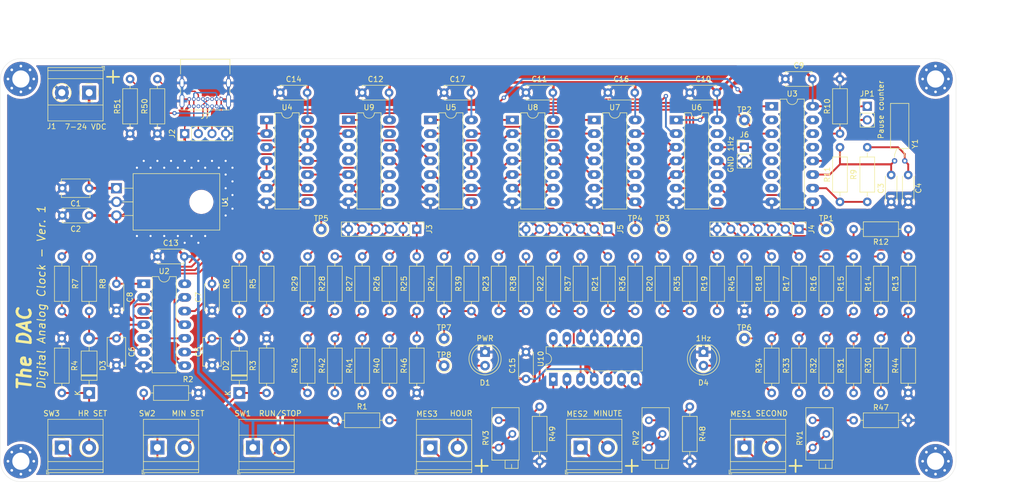
<source format=kicad_pcb>
(kicad_pcb (version 20211014) (generator pcbnew)
  (title_block (title "The DAC - Digital Analog Clock") (date "2022-03-13") (rev "0") (company "A. Vene"))
  (layers (0 "F.Cu" signal) (31 "B.Cu" signal) (34 "B.Paste" user) (35 "F.Paste" user) (36 "B.SilkS" user "B.Silkscreen") (37 "F.SilkS" user "F.Silkscreen") (38 "B.Mask" user) (39 "F.Mask" user) (44 "Edge.Cuts" user))
  (net 0 "")
  (net 1 "+12V")
  (net 2 "GND")
  (net 3 "+5V")
  (net 4 "/OSCI")
  (net 5 "Net-(C4-Pad1)")
  (net 6 "Net-(C5-Pad1)")
  (net 7 "Net-(C6-Pad1)")
  (net 8 "Net-(C7-Pad1)")
  (net 9 "Net-(C8-Pad1)")
  (net 10 "Net-(D1-Pad2)")
  (net 11 "Net-(D2-Pad1)")
  (net 12 "Net-(D3-Pad1)")
  (net 13 "Net-(D4-Pad2)")
  (net 14 "/HR_Q0")
  (net 15 "/HR_Q1")
  (net 16 "/HR_Q2")
  (net 17 "/HR_Q3")
  (net 18 "/HR_Q4")
  (net 19 "/SEC_Q5")
  (net 20 "/SEC_Q4")
  (net 21 "/SEC_Q3")
  (net 22 "/SEC_Q2")
  (net 23 "/SEC_Q1")
  (net 24 "/SEC_Q0")
  (net 25 "/MIN_Q0")
  (net 26 "/MIN_Q1")
  (net 27 "/MIN_Q2")
  (net 28 "/MIN_Q3")
  (net 29 "/MIN_Q4")
  (net 30 "/MIN_Q5")
  (net 31 "/1Hz")
  (net 32 "Net-(J7-PadA5)")
  (net 33 "Net-(J7-PadA8)")
  (net 34 "Net-(J7-PadB8)")
  (net 35 "Net-(J7-PadB5)")
  (net 36 "Net-(JP1-Pad2)")
  (net 37 "Net-(MES1-Pad1)")
  (net 38 "Net-(MES1-Pad2)")
  (net 39 "Net-(MES2-Pad1)")
  (net 40 "Net-(MES2-Pad2)")
  (net 41 "Net-(MES3-Pad1)")
  (net 42 "Net-(MES3-Pad2)")
  (net 43 "/STOP")
  (net 44 "/OSCO")
  (net 45 "Net-(R13-Pad1)")
  (net 46 "Net-(R14-Pad1)")
  (net 47 "Net-(R15-Pad1)")
  (net 48 "Net-(R16-Pad1)")
  (net 49 "Net-(R17-Pad1)")
  (net 50 "/SEC_A")
  (net 51 "Net-(R19-Pad1)")
  (net 52 "Net-(R20-Pad1)")
  (net 53 "Net-(R21-Pad1)")
  (net 54 "Net-(R22-Pad1)")
  (net 55 "Net-(R23-Pad1)")
  (net 56 "/MIN_A")
  (net 57 "Net-(R25-Pad1)")
  (net 58 "Net-(R26-Pad1)")
  (net 59 "Net-(R27-Pad1)")
  (net 60 "Net-(R28-Pad1)")
  (net 61 "/HR_A")
  (net 62 "Net-(R47-Pad1)")
  (net 63 "Net-(R48-Pad1)")
  (net 64 "Net-(R49-Pad1)")
  (net 65 "Net-(TP1-Pad1)")
  (net 66 "/2Hz")
  (net 67 "Net-(TP3-Pad1)")
  (net 68 "Net-(TP4-Pad1)")
  (net 69 "Net-(TP5-Pad1)")
  (net 70 "Net-(U2-Pad13)")
  (net 71 "/8Hz")
  (net 72 "Net-(U2-Pad11)")
  (net 73 "Net-(U3-Pad2)")
  (net 74 "Net-(U3-Pad4)")
  (net 75 "Net-(U3-Pad5)")
  (net 76 "Net-(U3-Pad13)")
  (net 77 "Net-(U3-Pad6)")
  (net 78 "Net-(U3-Pad14)")
  (net 79 "Net-(U3-Pad7)")
  (net 80 "Net-(U3-Pad15)")
  (net 81 "Net-(U4-Pad12)")
  (net 82 "Net-(U4-Pad6)")
  (net 83 "Net-(U4-Pad3)")
  (net 84 "Net-(U5-Pad1)")
  (net 85 "Net-(U5-Pad10)")
  (net 86 "Net-(U5-Pad4)")
  (net 87 "Net-(U5-Pad13)")
  (net 88 "Net-(U6-Pad13)")
  (net 89 "Net-(U6-Pad10)")
  (net 90 "Net-(U6-Pad8)")
  (net 91 "Net-(U8-Pad3)")
  (net 92 "Net-(U8-Pad8)")
  (net 93 "Net-(U8-Pad10)")
  (net 94 "Net-(U8-Pad13)")
  (net 95 "Net-(U9-Pad13)")
  (net 96 "Net-(U9-Pad10)")
  (net 97 "Net-(U9-Pad8)")
  (net 98 "Net-(U9-Pad4)")
  (net 99 "Net-(U9-Pad3)")
  (net 100 "Net-(U2-Pad2)")
  (net 101 "Net-(U2-Pad3)")
  (net 102 "Net-(U10-Pad8)")
  (net 103 "/D-")
  (net 104 "/D+")
  (footprint "LED_THT:LED_D5.0mm" (layer "F.Cu") (at 162.56 91.44 -90)
    (fp_text reference "D4")
    (fp_text value "1Hz_LED")
  )
  (footprint "Resistor_THT:R_Axial_DIN0207_L6.3mm_D2.5mm_P10.16mm_Horizontal" (layer "F.Cu") (at 104.14 104.14 180)
    (fp_text reference "R1")
    (fp_text value "330")
  )
  (footprint "Resistor_THT:R_Axial_DIN0207_L6.3mm_D2.5mm_P10.16mm_Horizontal" (layer "F.Cu") (at 68.58 99.06 180)
    (fp_text reference "R2")
    (fp_text value "10k")
  )
  (footprint "Resistor_THT:R_Axial_DIN0207_L6.3mm_D2.5mm_P10.16mm_Horizontal" (layer "F.Cu") (at 109.22 83.82 90)
    (fp_text reference "R25")
    (fp_text value "20k")
  )
  (footprint "Resistor_THT:R_Axial_DIN0207_L6.3mm_D2.5mm_P10.16mm_Horizontal" (layer "F.Cu") (at 104.14 83.82 90)
    (fp_text reference "R26")
    (fp_text value "20k")
  )
  (footprint "Resistor_THT:R_Axial_DIN0207_L6.3mm_D2.5mm_P10.16mm_Horizontal" (layer "F.Cu") (at 99.06 83.82 90)
    (fp_text reference "R27")
    (fp_text value "20k")
  )
  (footprint "Resistor_THT:R_Axial_DIN0207_L6.3mm_D2.5mm_P10.16mm_Horizontal" (layer "F.Cu") (at 93.98 83.82 90)
    (fp_text reference "R28")
    (fp_text value "20k")
  )
  (footprint "Resistor_THT:R_Axial_DIN0207_L6.3mm_D2.5mm_P10.16mm_Horizontal" (layer "F.Cu") (at 88.9 83.82 90)
    (fp_text reference "R29")
    (fp_text value "20k")
  )
  (footprint "Resistor_THT:R_Axial_DIN0207_L6.3mm_D2.5mm_P10.16mm_Horizontal" (layer "F.Cu") (at 104.14 99.06 90)
    (fp_text reference "R40")
    (fp_text value "10k")
  )
  (footprint "Resistor_THT:R_Axial_DIN0207_L6.3mm_D2.5mm_P10.16mm_Horizontal" (layer "F.Cu") (at 99.06 99.06 90)
    (fp_text reference "R41")
    (fp_text value "10k")
  )
  (footprint "Resistor_THT:R_Axial_DIN0207_L6.3mm_D2.5mm_P10.16mm_Horizontal" (layer "F.Cu") (at 93.98 99.06 90)
    (fp_text reference "R42")
    (fp_text value "10k")
  )
  (footprint "Resistor_THT:R_Axial_DIN0207_L6.3mm_D2.5mm_P10.16mm_Horizontal" (layer "F.Cu") (at 88.9 99.06 90)
    (fp_text reference "R43")
    (fp_text value "10k")
  )
  (footprint "Resistor_THT:R_Axial_DIN0207_L6.3mm_D2.5mm_P10.16mm_Horizontal" (layer "F.Cu") (at 109.22 99.06 90)
    (fp_text reference "R46")
    (fp_text value "20k")
  )
  (footprint "TestPoint:TestPoint_THTPad_D2.0mm_Drill1.0mm" (layer "F.Cu") (at 114.3 88.9)
    (fp_text reference "TP7")
    (fp_text value "MIN_A")
  )
  (footprint "TestPoint:TestPoint_THTPad_D2.0mm_Drill1.0mm" (layer "F.Cu") (at 114.3 93.98)
    (fp_text reference "TP8")
    (fp_text value "HR_A")
  )
  (footprint "Resistor_THT:R_Axial_DIN0207_L6.3mm_D2.5mm_P10.16mm_Horizontal" (layer "F.Cu") (at 170.18 83.82 90)
    (fp_text reference "R45")
    (fp_text value "20k")
  )
  (footprint "Resistor_THT:R_Axial_DIN0207_L6.3mm_D2.5mm_P10.16mm_Horizontal" (layer "F.Cu") (at 119.38 83.82 90)
    (fp_text reference "R39")
    (fp_text value "10k")
  )
  (footprint "Resistor_THT:R_Axial_DIN0207_L6.3mm_D2.5mm_P10.16mm_Horizontal" (layer "F.Cu") (at 129.54 83.82 90)
    (fp_text reference "R38")
    (fp_text value "10k")
  )
  (footprint "Resistor_THT:R_Axial_DIN0207_L6.3mm_D2.5mm_P10.16mm_Horizontal" (layer "F.Cu") (at 139.7 83.82 90)
    (fp_text reference "R37")
    (fp_text value "10k")
  )
  (footprint "Resistor_THT:R_Axial_DIN0207_L6.3mm_D2.5mm_P10.16mm_Horizontal" (layer "F.Cu") (at 149.86 83.82 90)
    (fp_text reference "R36")
    (fp_text value "10k")
  )
  (footprint "Resistor_THT:R_Axial_DIN0207_L6.3mm_D2.5mm_P10.16mm_Horizontal" (layer "F.Cu") (at 160.02 83.82 90)
    (fp_text reference "R35")
    (fp_text value "10k")
  )
  (footprint "Resistor_THT:R_Axial_DIN0207_L6.3mm_D2.5mm_P10.16mm_Horizontal" (layer "F.Cu") (at 124.46 83.82 90)
    (fp_text reference "R23")
    (fp_text value "20k")
  )
  (footprint "Resistor_THT:R_Axial_DIN0207_L6.3mm_D2.5mm_P10.16mm_Horizontal" (layer "F.Cu") (at 134.62 83.82 90)
    (fp_text reference "R22")
    (fp_text value "20k")
  )
  (footprint "Resistor_THT:R_Axial_DIN0207_L6.3mm_D2.5mm_P10.16mm_Horizontal" (layer "F.Cu") (at 144.78 83.82 90)
    (fp_text reference "R21")
    (fp_text value "20k")
  )
  (footprint "Resistor_THT:R_Axial_DIN0207_L6.3mm_D2.5mm_P10.16mm_Horizontal" (layer "F.Cu") (at 154.94 83.82 90)
    (fp_text reference "R20")
    (fp_text value "20k")
  )
  (footprint "Resistor_THT:R_Axial_DIN0207_L6.3mm_D2.5mm_P10.16mm_Horizontal" (layer "F.Cu") (at 165.1 83.82 90)
    (fp_text reference "R19")
    (fp_text value "20k")
  )
  (footprint "Resistor_THT:R_Axial_DIN0207_L6.3mm_D2.5mm_P10.16mm_Horizontal" (layer "F.Cu") (at 114.3 83.82 90)
    (fp_text reference "R24")
    (fp_text value "20k")
  )
  (footprint "Package_DIP:DIP-14_W7.62mm_LongPads" (layer "F.Cu") (at 58.42 78.74)
    (fp_text reference "U2")
    (fp_text value "74HC132")
  )
  (footprint "TerminalBlock_Phoenix:TerminalBlock_Phoenix_MKDS-1,5-2-5.08_1x02_P5.08mm_Horizontal" (layer "F.Cu") (at 43.18 109.22)
    (fp_text reference "SW3")
    (fp_text value "HR_SET")
  )
  (footprint "TerminalBlock_Phoenix:TerminalBlock_Phoenix_MKDS-1,5-2-5.08_1x02_P5.08mm_Horizontal" (layer "F.Cu") (at 60.96 109.22)
    (fp_text reference "SW2")
    (fp_text value "HR_SET")
  )
  (footprint "Resistor_THT:R_Axial_DIN0207_L6.3mm_D2.5mm_P10.16mm_Horizontal" (layer "F.Cu") (at 48.26 83.82 90)
    (fp_text reference "R8")
    (fp_text value "100k")
  )
  (footprint "Resistor_THT:R_Axial_DIN0207_L6.3mm_D2.5mm_P10.16mm_Horizontal" (layer "F.Cu") (at 43.18 73.66 -90)
    (fp_text reference "R7")
    (fp_text value "10k")
  )
  (footprint "Resistor_THT:R_Axial_DIN0207_L6.3mm_D2.5mm_P10.16mm_Horizontal" (layer "F.Cu") (at 76.2 83.82 90)
    (fp_text reference "R6")
    (fp_text value "100k")
  )
  (footprint "Resistor_THT:R_Axial_DIN0207_L6.3mm_D2.5mm_P10.16mm_Horizontal" (layer "F.Cu") (at 81.28 73.66 -90)
    (fp_text reference "R5")
    (fp_text value "10k")
  )
  (footprint "Resistor_THT:R_Axial_DIN0207_L6.3mm_D2.5mm_P10.16mm_Horizontal" (layer "F.Cu") (at 43.18 88.9 -90)
    (fp_text reference "R4")
    (fp_text value "1k")
  )
  (footprint "Resistor_THT:R_Axial_DIN0207_L6.3mm_D2.5mm_P10.16mm_Horizontal" (layer "F.Cu") (at 81.28 88.9 -90)
    (fp_text reference "R3")
    (fp_text value "1k")
  )
  (footprint "Diode_THT:D_DO-41_SOD81_P10.16mm_Horizontal" (layer "F.Cu") (at 48.26 99.06 90)
    (fp_text reference "D3")
    (fp_text value "D_si")
  )
  (footprint "Capacitor_THT:C_Disc_D4.7mm_W2.5mm_P5.00mm" (layer "F.Cu") (at 53.34 78.74 -90)
    (fp_text reference "C8")
    (fp_text value "100nF")
  )
  (footprint "Capacitor_THT:C_Disc_D5.1mm_W3.2mm_P5.00mm" (layer "F.Cu") (at 53.34 88.9 -90)
    (fp_text reference "C6")
    (fp_text value "10uF")
  )
  (footprint "Capacitor_THT:C_Disc_D5.1mm_W3.2mm_P5.00mm" (layer "F.Cu") (at 71.12 88.9 -90)
    (fp_text reference "C5")
    (fp_text value "10uF")
  )
  (footprint "Capacitor_THT:C_Disc_D4.7mm_W2.5mm_P5.00mm" (layer "F.Cu") (at 71.12 78.74 -90)
    (fp_text reference "C7")
    (fp_text value "100nF")
  )
  (footprint "Resistor_THT:R_Axial_DIN0207_L6.3mm_D2.5mm_P10.16mm_Horizontal" (layer "F.Cu") (at 60.96 50.8 90)
    (fp_text reference "R50")
    (fp_text value "5,1k")
  )
  (footprint "Potentiometer_THT:Potentiometer_Bourns_3296Z_Horizontal" (layer "F.Cu") (at 124.46 104.14 90)
    (fp_text reference "RV3")
    (fp_text value "50k")
  )
  (footprint "Resistor_THT:R_Axial_DIN0207_L6.3mm_D2.5mm_P10.16mm_Horizontal" (layer "F.Cu") (at 132.08 101.6 -90)
    (fp_text reference "R49")
    (fp_text value "51k")
  )
  (footprint "Resistor_THT:R_Axial_DIN0207_L6.3mm_D2.5mm_P10.16mm_Horizontal" (layer "F.Cu") (at 160.02 101.6 -90)
    (fp_text reference "R48")
    (fp_text value "75k")
  )
  (footprint "TerminalBlock_Phoenix:TerminalBlock_Phoenix_MKDS-1,5-2-5.08_1x02_P5.08mm_Horizontal" (layer "F.Cu") (at 111.76 109.22)
    (fp_text reference "MES3")
    (fp_text value "50uA")
  )
  (footprint "TerminalBlock_Phoenix:TerminalBlock_Phoenix_MKDS-1,5-2-5.08_1x02_P5.08mm_Horizontal" (layer "F.Cu") (at 139.7 109.22)
    (fp_text reference "MES2")
    (fp_text value "50uA")
  )
  (footprint "TestPoint:TestPoint_THTPad_D2.0mm_Drill1.0mm" (layer "F.Cu") (at 185.42 68.58)
    (fp_text reference "TP1")
    (fp_text value "32,768kHz")
  )
  (footprint "Crystal:Crystal_C38-LF_D3.0mm_L8.0mm_Horizontal" (layer "F.Cu") (at 200.02 55.88 180)
    (fp_text reference "Y1")
    (fp_text value "32,768kHz 12,5pF")
  )
  (footprint "TestPoint:TestPoint_THTPad_D2.0mm_Drill1.0mm" (layer "F.Cu") (at 170.18 88.9)
    (fp_text reference "TP6")
    (fp_text value "SEC_A")
  )
  (footprint "Resistor_THT:R_Axial_DIN0207_L6.3mm_D2.5mm_P10.16mm_Horizontal" (layer "F.Cu") (at 187.96 63.5 90)
    (fp_text reference "R11")
    (fp_text value "2,2M")
  )
  (footprint "Resistor_THT:R_Axial_DIN0207_L6.3mm_D2.5mm_P10.16mm_Horizontal" (layer "F.Cu") (at 187.96 50.8 90)
    (fp_text reference "R10")
    (fp_text value "10k")
  )
  (footprint "Resistor_THT:R_Axial_DIN0207_L6.3mm_D2.5mm_P10.16mm_Horizontal" (layer "F.Cu") (at 193.04 53.34 -90)
    (fp_text reference "R9")
    (fp_text value "100k")
  )
  (footprint "Connector_PinHeader_2.54mm:PinHeader_1x02_P2.54mm_Vertical" (layer "F.Cu") (at 193.04 45.72)
    (fp_text reference "JP1")
    (fp_text value "PAUSE")
  )
  (footprint "Capacitor_THT:C_Disc_D4.7mm_W2.5mm_P5.00mm" (layer "F.Cu") (at 177.8 40.64)
    (fp_text reference "C9")
    (fp_text value "100nF")
  )
  (footprint "Capacitor_THT:C_Disc_D4.3mm_W1.9mm_P5.00mm" (layer "F.Cu") (at 200.66 58.5 -90)
    (fp_text reference "C4")
    (fp_text value "33pF")
  )
  (footprint "Package_DIP:DIP-14_W7.62mm_LongPads" (layer "F.Cu") (at 134.62 96.52 90)
    (fp_text reference "U10")
    (fp_text value "LMC6484")
  )
  (footprint "Potentiometer_THT:Potentiometer_Bourns_3296Z_Horizontal" (layer "F.Cu") (at 182.88 104.14 90)
    (fp_text reference "RV1")
    (fp_text value "50k")
  )
  (footprint "Resistor_THT:R_Axial_DIN0207_L6.3mm_D2.5mm_P10.16mm_Horizontal" (layer "F.Cu") (at 190.5 104.14)
    (fp_text reference "R47")
    (fp_text value "75k")
  )
  (footprint "TerminalBlock_Phoenix:TerminalBlock_Phoenix_MKDS-1,5-2-5.08_1x02_P5.08mm_Horizontal" (layer "F.Cu") (at 170.18 109.22)
    (fp_text reference "MES1")
    (fp_text value "50uA")
  )
  (footprint "Resistor_THT:R_Axial_DIN0207_L6.3mm_D2.5mm_P10.16mm_Horizontal" (layer "F.Cu") (at 200.66 99.06 90)
    (fp_text reference "R44")
    (fp_text value "20k")
  )
  (footprint "Resistor_THT:R_Axial_DIN0207_L6.3mm_D2.5mm_P10.16mm_Horizontal" (layer "F.Cu") (at 175.26 99.06 90)
    (fp_text reference "R34")
    (fp_text value "10k")
  )
  (footprint "Resistor_THT:R_Axial_DIN0207_L6.3mm_D2.5mm_P10.16mm_Horizontal" (layer "F.Cu") (at 180.34 99.06 90)
    (fp_text reference "R33")
    (fp_text value "10k")
  )
  (footprint "Resistor_THT:R_Axial_DIN0207_L6.3mm_D2.5mm_P10.16mm_Horizontal" (layer "F.Cu") (at 185.42 99.06 90)
    (fp_text reference "R32")
    (fp_text value "10k")
  )
  (footprint "Resistor_THT:R_Axial_DIN0207_L6.3mm_D2.5mm_P10.16mm_Horizontal" (layer "F.Cu") (at 190.5 99.06 90)
    (fp_text reference "R31")
    (fp_text value "10k")
  )
  (footprint "Resistor_THT:R_Axial_DIN0207_L6.3mm_D2.5mm_P10.16mm_Horizontal" (layer "F.Cu") (at 195.58 99.06 90)
    (fp_text reference "R30")
    (fp_text value "10k")
  )
  (footprint "Resistor_THT:R_Axial_DIN0207_L6.3mm_D2.5mm_P10.16mm_Horizontal" (layer "F.Cu") (at 175.26 83.82 90)
    (fp_text reference "R18")
    (fp_text value "20k")
  )
  (footprint "Resistor_THT:R_Axial_DIN0207_L6.3mm_D2.5mm_P10.16mm_Horizontal" (layer "F.Cu") (at 180.34 83.82 90)
    (fp_text reference "R17")
    (fp_text value "20k")
  )
  (footprint "Resistor_THT:R_Axial_DIN0207_L6.3mm_D2.5mm_P10.16mm_Horizontal" (layer "F.Cu") (at 190.5 83.82 90)
    (fp_text reference "R15")
    (fp_text value "20k")
  )
  (footprint "Resistor_THT:R_Axial_DIN0207_L6.3mm_D2.5mm_P10.16mm_Horizontal" (layer "F.Cu") (at 195.58 83.82 90)
    (fp_text reference "R14")
    (fp_text value "20k")
  )
  (footprint "Resistor_THT:R_Axial_DIN0207_L6.3mm_D2.5mm_P10.16mm_Horizontal" (layer "F.Cu") (at 200.66 83.82 90)
    (fp_text reference "R13")
    (fp_text value "20k")
  )
  (footprint "Resistor_THT:R_Axial_DIN0207_L6.3mm_D2.5mm_P10.16mm_Horizontal" (layer "F.Cu") (at 185.42 83.82 90)
    (fp_text reference "R16")
    (fp_text value "20k")
  )
  (footprint "Package_DIP:DIP-16_W7.62mm_LongPads" (layer "F.Cu") (at 175.26 45.72)
    (fp_text reference "U3")
    (fp_text value "74HC4060")
  )
  (footprint "Connector_PinHeader_2.54mm:PinHeader_1x07_P2.54mm_Vertical" (layer "F.Cu") (at 144.78 68.58 -90)
    (fp_text reference "J5")
    (fp_text value "MIN_D")
  )
  (footprint "Connector_PinHeader_2.54mm:PinHeader_1x06_P2.54mm_Vertical" (layer "F.Cu") (at 109.22 68.58 -90)
    (fp_text reference "J3")
    (fp_text value "HR_D")
  )
  (footprint "Capacitor_THT:C_Disc_D4.3mm_W1.9mm_P5.00mm" (layer "F.Cu") (at 197.485 58.5 -90)
    (fp_text reference "C3")
    (fp_text value "33pF")
  )
  (footprint "Package_DIP:DIP-14_W7.62mm_LongPads" (layer "F.Cu") (at 157.48 48.26)
    (fp_text reference "U6")
    (fp_text value "74HC4024")
  )
  (footprint "TestPoint:TestPoint_THTPad_D2.0mm_Drill1.0mm" (layer "F.Cu") (at 91.44 68.58)
    (fp_text reference "TP5")
    (fp_text value "HR_OFL")
  )
  (footprint "TestPoint:TestPoint_THTPad_D2.0mm_Drill1.0mm" (layer "F.Cu") (at 149.86 68.58)
    (fp_text reference "TP4")
    (fp_text value "MIN_OFL")
  )
  (footprint "TestPoint:TestPoint_THTPad_D2.0mm_Drill1.0mm" (layer "F.Cu") (at 170.18 48.26)
    (fp_text reference "TP2")
    (fp_text value "2Hz")
  )
  (footprint "Package_DIP:DIP-14_W7.62mm_LongPads" (layer "F.Cu") (at 81.28 48.26)
    (fp_text reference "U4")
    (fp_text value "74HC132")
  )
  (footprint "Package_DIP:DIP-14_W7.62mm_LongPads" (layer "F.Cu") (at 111.76 48.26)
    (fp_text reference "U5")
    (fp_text value "74HC02")
  )
  (footprint "Connector_PinHeader_2.54mm:PinHeader_1x02_P2.54mm_Vertical" (layer "F.Cu") (at 170.18 53.34)
    (fp_text reference "J6")
    (fp_text value "1Hz")
  )
  (footprint "Capacitor_THT:C_Disc_D4.7mm_W2.5mm_P5.00mm" (layer "F.Cu") (at 114.3 43.18)
    (fp_text reference "C17")
    (fp_text value "100nF")
  )
  (footprint "Capacitor_THT:C_Disc_D4.7mm_W2.5mm_P5.00mm" (layer "F.Cu") (at 144.78 43.18)
    (fp_text reference "C16")
    (fp_text value "100nF")
  )
  (footprint "Capacitor_THT:C_Disc_D4.7mm_W2.5mm_P5.00mm" (layer "F.Cu") (at 83.82 43.18)
    (fp_text reference "C14")
    (fp_text value "100nF")
  )
  (footprint "Capacitor_THT:C_Disc_D4.7mm_W2.5mm_P5.00mm" (layer "F.Cu") (at 99.06 43.18)
    (fp_text reference "C12")
    (fp_text value "100nF")
  )
  (footprint "Capacitor_THT:C_Disc_D4.7mm_W2.5mm_P5.00mm" (layer "F.Cu") (at 129.54 43.18)
    (fp_text reference "C11")
    (fp_text value "100nF")
  )
  (footprint "Capacitor_THT:C_Disc_D4.7mm_W2.5mm_P5.00mm" (layer "F.Cu") (at 160.02 43.18)
    (fp_text reference "C10")
    (fp_text value "100nF")
  )
  (footprint "Package_DIP:DIP-14_W7.62mm_LongPads" (layer "F.Cu") (at 127 48.26)
    (fp_text reference "U8")
    (fp_text value "74HC4024")
  )
  (footprint "Package_DIP:DIP-14_W7.62mm_LongPads" (layer "F.Cu") (at 96.52 48.26)
    (fp_text reference "U9")
    (fp_text value "74HC4024")
  )
  (footprint "Potentiometer_THT:Potentiometer_Bourns_3296Z_Horizontal" (layer "F.Cu") (at 152.4 104.14 90)
    (fp_text reference "RV2")
    (fp_text value "50k")
  )
  (footprint "Resistor_THT:R_Axial_DIN0207_L6.3mm_D2.5mm_P10.16mm_Horizontal" (layer "F.Cu") (at 200.66 68.58 180)
    (fp_text reference "R12")
    (fp_text value "330")
  )
  (footprint "TestPoint:TestPoint_THTPad_D2.0mm_Drill1.0mm" (layer "F.Cu") (at 154.94 68.58)
    (fp_text reference "TP3")
    (fp_text value "SEC_OFL")
  )
  (footprint "LED_THT:LED_D5.0mm" (layer "F.Cu") (at 121.92 91.44 -90)
    (fp_text reference "D1")
    (fp_text value "PWR_LED")
  )
  (footprint "TerminalBlock_Phoenix:TerminalBlock_Phoenix_MKDS-1,5-2-5.08_1x02_P5.08mm_Horizontal" (layer "F.Cu") (at 78.74 109.22)
    (fp_text reference "SW1")
    (fp_text value "RUN/STOP")
  )
  (footprint "Connector_USB:USB_C_Receptacle_GCT_USB4085" (layer "F.Cu") (at 72.8345 45.72 180)
    (fp_text reference "J7")
    (fp_text value "GTC USB4085")
  )
  (footprint "Capacitor_THT:C_Disc_D4.7mm_W2.5mm_P5.00mm" (layer "F.Cu") (at 48.26 66.04 180)
    (fp_text reference "C2")
    (fp_text value "100nF")
  )
  (footprint "Capacitor_THT:C_Disc_D5.1mm_W3.2mm_P5.00mm" (layer "F.Cu") (at 48.26 60.96 180)
    (fp_text reference "C1")
    (fp_text value "330nF")
  )
  (footprint "Capacitor_THT:C_Disc_D4.7mm_W2.5mm_P5.00mm" (layer "F.Cu") (at 129.54 91.44 -90)
    (fp_text reference "C15")
    (fp_text value "100nF")
  )
  (footprint "TerminalBlock_Phoenix:TerminalBlock_Phoenix_MKDS-1,5-2-5.08_1x02_P5.08mm_Horizontal" (layer "F.Cu") (at 48.26 43.18 180)
    (fp_text reference "J1")
    (fp_text value "7-24VDC")
  )
  (footprint "Connector_PinHeader_2.54mm:PinHeader_1x04_P2.54mm_Vertical" (layer "F.Cu") (at 66.04 50.8 90)
    (fp_text reference "J2")
    (fp_text value "USB")
  )
  (footprint "Package_TO_SOT_THT:TO-220F-3_Horizontal_TabDown" (layer "F.Cu") (at 53.34 60.96 -90)
    (fp_text reference "U1")
    (fp_text value "L7805")
  )
  (footprint "Resistor_THT:R_Axial_DIN0207_L6.3mm_D2.5mm_P10.16mm_Horizontal" (layer "F.Cu") (at 55.88 50.8 90)
    (fp_text reference "R51")
    (fp_text value "5,1k")
  )
  (footprint "Capacitor_THT:C_Disc_D4.7mm_W2.5mm_P5.00mm" (layer "F.Cu") (at 60.96 73.66)
    (fp_text reference "C13")
    (fp_text value "100nF")
  )
  (footprint "MountingHole:MountingHole_3.2mm_M3_Pad_Via" (layer "F.Cu") (at 35.56 40.64)
    (fp_text reference "H1" hide)
    (fp_text value "M3")
  )
  (footprint "MountingHole:MountingHole_3.2mm_M3_Pad_Via" (layer "F.Cu") (at 35.56 111.76)
    (fp_text reference "H2" hide)
    (fp_text value "M3")
  )
  (footprint "MountingHole:MountingHole_3.2mm_M3_Pad_Via" (layer "F.Cu") (at 205.74 40.64)
    (fp_text reference "H3" hide)
    (fp_text value "M3")
  )
  (footprint "MountingHole:MountingHole_3.2mm_M3_Pad_Via" (layer "F.Cu") (at 205.74 111.76)
    (fp_text reference "H4" hide)
    (fp_text value "M3")
  )
  (footprint "Package_DIP:DIP-14_W7.62mm_LongPads" (layer "F.Cu") (at 142.24 48.26)
    (fp_text reference "U7")
    (fp_text value "74HC21")
  )
  (footprint "Connector_PinHeader_2.54mm:PinHeader_1x07_P2.54mm_Vertical" (layer "F.Cu") (at 180.34 68.58 -90)
    (fp_text reference "J4")
    (fp_text value "SEC_D")
  )
  (footprint "Diode_THT:D_DO-41_SOD81_P10.16mm_Horizontal" (layer "F.Cu") (at 76.2 99.06 90)
    (fp_text reference "D2")
    (fp_text value "D_si")
  )
  (gr_line (start 35.56 115.57) (end 205.74 115.57) (layer "Edge.Cuts") (width 0.05))
  (gr_line (start 205.74 36.83) (end 35.56 36.83) (layer "Edge.Cuts") (width 0.05))
  (gr_line (start 209.55 111.76) (end 209.55 40.64) (layer "Edge.Cuts") (width 0.05))
  (gr_arc (start 209.55 111.76) (mid 208.434077 114.454077) (end 205.74 115.57) (layer "Edge.Cuts") (width 0.05))
  (gr_line (start 31.75 40.64) (end 31.75 111.76) (layer "Edge.Cuts") (width 0.05))
  (gr_arc (start 35.56 115.57) (mid 32.865923 114.454077) (end 31.75 111.76) (layer "Edge.Cuts") (width 0.05))
  (gr_arc (start 31.75 40.64) (mid 32.865923 37.945923) (end 35.56 36.83) (layer "Edge.Cuts") (width 0.05))
  (gr_arc (start 205.74 36.83) (mid 208.434077 37.945923) (end 209.55 40.64) (layer "Edge.Cuts") (width 0.05))
  (gr_text "A. Vene - 2022" (at 205.74 97.155 90) (layer "F.Cu") (effects (font (size 1.5 1.5) (thickness 0.3))))
  (gr_text "+" (at 179.705 112.395) (layer "F.SilkS") (effects (font (size 3 3) (thickness 0.3))))
  (gr_text "+" (at 52.705 40.005) (layer "F.SilkS") (effects (font (size 3 3) (thickness 0.3))))
  (gr_text "1Hz" (at 167.64 52.705 90) (layer "F.SilkS") (effects (font (size 1 1))))
  (gr_text "+" (at 149.225 112.395) (layer "F.SilkS") (effects (font (size 3 3) (thickness 0.3))))
  (gr_text "Digital Analog Clock - Ver. 1" (at 39.37 81.28 90) (layer "F.SilkS") (effects (font (size 1.5 1.5) (thickness 0.2) italic)))
  (gr_text "HOUR" (at 117.475 102.87) (layer "F.SilkS") (effects (font (size 1 1))))
  (gr_text "SECOND" (at 175.26 102.87) (layer "F.SilkS") (effects (font (size 1 1))))
  (gr_text "Pause counter" (at 195.58 46.355 90) (layer "F.SilkS") (effects (font (size 1 1))))
  (gr_text "GND" (at 167.64 56.515 90) (layer "F.SilkS") (effects (font (size 1 1))))
  (gr_text "PWR" (at 121.92 88.9) (layer "F.SilkS") (effects (font (size 1 1))))
  (gr_text "1Hz" (at 162.56 88.9) (layer "F.SilkS") (effects (font (size 1 1))))
  (gr_text "+" (at 121.285 112.395) (layer "F.SilkS") (effects (font (size 3 3) (thickness 0.3))))
  (gr_text "RUN/STOP" (at 83.82 102.87) (layer "F.SilkS") (effects (font (size 1 1))))
  (gr_text "7-24 VDC" (at 47.625 49.53) (layer "F.SilkS") (effects (font (size 1 1))))
  (gr_text "MINUTE" (at 144.78 102.87) (layer "F.SilkS") (effects (font (size 1 1))))
  (gr_text "MIN SET" (at 66.675 102.87) (layer "F.SilkS") (effects (font (size 1 1))))
  (gr_text "The DAC" (at 36.195 90.805 90) (layer "F.SilkS") (effects (font (size 2.5 2.5) (thickness 0.5) italic)))
  (gr_text "HR SET" (at 48.895 102.87) (layer "F.SilkS") (effects (font (size 1 1))))
  (segment (start 48.26 60.96) (end 48.26 43.18) (width 0.5) (layer "F.Cu") (net 1))
  (segment (start 53.34 60.96) (end 48.26 60.96) (width 0.5) (layer "F.Cu") (net 1))
  (segment (start 66.8845 44.37) (end 66.8845 45.72) (width 0.25) (layer "F.Cu") (net 2))
  (segment (start 73.8145 44.37) (end 74.1845 44.74) (width 0.25) (layer "F.Cu") (net 2))
  (segment (start 66.8845 44.37) (end 65.9045 44.37) (width 0.25) (layer "F.Cu") (net 2))
  (segment (start 73.66 49.53) (end 73.66 50.8) (width 0.25) (layer "F.Cu") (net 2))
  (segment (start 72.8345 45.72) (end 72.8345 48.7045) (width 0.25) (layer "F.Cu") (net 2))
  (segment (start 72.8345 44.37) (end 73.8145 44.37) (width 0.25) (layer "F.Cu") (net 2))
  (segment (start 72.8345 48.7045) (end 73.66 49.53) (width 0.25) (layer "F.Cu") (net 2))
  (segment (start 65.9045 44.37) (end 65.5345 44.74) (width 0.25) (layer "F.Cu") (net 2))
  (segment (start 72.8345 44.37) (end 72.8345 45.72) (width 0.25) (layer "F.Cu") (net 2))
  (via (at 73.66 63.5) (size 0.8) (drill 0.4) (layers "F.Cu" "B.Cu") (net 2))
  (via (at 62.23 69.85) (size 0.8) (drill 0.4) (layers "F.Cu" "B.Cu") (net 2))
  (via (at 64.77 69.85) (size 0.8) (drill 0.4) (layers "F.Cu" "B.Cu") (net 2))
  (via (at 72.39 57.15) (size 0.8) (drill 0.4) (layers "F.Cu" "B.Cu") (net 2))
  (via (at 64.77 57.15) (size 0.8) (drill 0.4) (layers "F.Cu" "B.Cu") (net 2))
  (via (at 74.93 64.77) (size 0.8) (drill 0.4) (layers "F.Cu" "B.Cu") (net 2))
  (via (at 66.04 55.88) (size 0.8) (drill 0.4) (layers "F.Cu" "B.Cu") (net 2))
  (via (at 73.66 58.42) (size 0.8) (drill 0.4) (layers "F.Cu" "B.Cu") (net 2))
  (via (at 73.66 55.88) (size 0.8) (drill 0.4) (layers "F.Cu" "B.Cu") (net 2))
  (via (at 67.31 69.85) (size 0.8) (drill 0.4) (layers "F.Cu" "B.Cu") (net 2))
  (via (at 60.96 55.88) (size 0.8) (drill 0.4) (layers "F.Cu" "B.Cu") (net 2))
  (via (at 71.12 55.88) (size 0.8) (drill 0.4) (layers "F.Cu" "B.Cu") (net 2))
  (via (at 62.23 57.15) (size 0.8) (drill 0.4) (layers "F.Cu" "B.Cu") (net 2))
  (via (at 57.15 57.15) (size 0.8) (drill 0.4) (layers "F.Cu" "B.Cu") (net 2))
  (via (at 68.58 55.88) (size 0.8) (drill 0.4) (layers "F.Cu" "B.Cu") (net 2))
  (via (at 67.31 57.15) (size 0.8) (drill 0.4) (layers "F.Cu" "B.Cu") (net 2))
  (via (at 69.85 69.85) (size 0.8) (drill 0.4) (layers "F.Cu" "B.Cu") (net 2))
  (via (at 58.42 55.88) (size 0.8) (drill 0.4) (layers "F.Cu" "B.Cu") (net 2))
  (via (at 74.93 62.23) (size 0.8) (drill 0.4) (layers "F.Cu" "B.Cu") (net 2))
  (via (at 57.15 69.85) (size 0.8) (drill 0.4) (layers "F.Cu" "B.Cu") (net 2))
  (via (at 63.5 55.88) (size 0.8) (drill 0.4) (layers "F.Cu" "B.Cu") (net 2))
  (via (at 69.85 57.15) (size 0.8) (drill 0.4) (layers "F.Cu" "B.Cu") (net 2))
  (via (at 59.69 69.85) (size 0.8) (drill 0.4) (layers "F.Cu" "B.Cu") (net 2))
  (via (at 68.58 71.12) (size 0.8) (drill 0.4) (layers "F.Cu" "B.Cu") (net 2))
  (via (at 73.66 60.96) (size 0.8) (drill 0.4) (layers "F.Cu" "B.Cu") (net 2))
  (via (at 74.93 57.15) (size 0.8) (drill 0.4) (layers "F.Cu" "B.Cu") (net 2))
  (via (at 73.66 66.04) (size 0.8) (drill 0.4) (layers "F.Cu" "B.Cu") (net 2))
  (via (at 59.69 57.15) (size 0.8) (drill 0.4) (layers "F.Cu" "B.Cu") (net 2))
  (via (at 74.93 59.69) (size 0.8) (drill 0.4) (layers "F.Cu" "B.Cu") (net 2))
  (via (at 66.04 71.12) (size 0.8) (drill 0.4) (layers "F.Cu" "B.Cu") (net 2))
  (segment (start 129.54 96.44) (end 119.46 96.44) (width 0.5) (layer "F.Cu") (net 3))
  (segment (start 53.34 66.04) (end 54.61 66.04) (width 0.5) (layer "F.Cu") (net 3))
  (segment (start 67.7345 47.8355) (end 66.04 49.53) (width 0.25) (layer "F.Cu") (net 3))
  (segment (start 165.02 43.1) (end 163.195 41.275) (width 0.5) (layer "F.Cu") (net 3))
  (segment (start 144.78 91.44) (end 144.78 88.9) (width 0.35) (layer "F.Cu") (net 3))
  (segment (start 182.8 40.64) (end 182.8 40.56) (width 0.5) (layer "F.Cu") (net 3))
  (segment (start 149.86 41.275) (end 149.86 43.1) (width 0.5) (layer "F.Cu") (net 3))
  (segment (start 119.38 43.1) (end 119.3 43.18) (width 0.5) (layer "F.Cu") (net 3))
  (segment (start 119.38 41.275) (end 104.14 41.275) (width 0.5) (layer "F.Cu") (net 3))
  (segment (start 165.02 43.18) (end 165.02 43.1) (width 0.5) (layer "F.Cu") (net 3))
  (segment (start 95.885 106.045) (end 93.98 104.14) (width 0.5) (layer "F.Cu") (net 3))
  (segment (start 119.38 41.275) (end 119.38 43.1) (width 0.5) (layer "F.Cu") (net 3))
  (segment (start 169.465 38.735) (end 165.02 43.18) (width 0.5) (layer "F.Cu") (net 3))
  (segment (start 104.14 41.275) (end 104.14 43.1) (width 0.5) (layer "F.Cu") (net 3))
  (segment (start 58.42 53.34) (end 66.04 53.34) (width 0.5) (layer "F.Cu") (net 3))
  (segment (start 64.135 71.755) (end 54.61 71.755) (width 0.5) (layer "F.Cu") (net 3))
  (segment (start 54.61 71.755) (end 53.34 70.485) (width 0.5) (layer "F.Cu") (net 3))
  (segment (start 53.34 66.04) (end 48.26 66.04) (width 0.5) (layer "F.Cu") (net 3))
  (segment (start 149.86 43.1) (end 149.78 43.18) (width 0.5) (layer "F.Cu") (net 3))
  (segment (start 80.01 41.275) (end 88.9 41.275) (width 0.5) (layer "F.Cu") (net 3))
  (segment (start 134.62 41.275) (end 134.62 43.1) (width 0.5) (layer "F.Cu") (net 3))
  (segment (start 66.04 53.34) (end 73.66 53.34) (width 0.5) (layer "F.Cu") (net 3))
  (segment (start 54.61 66.04) (end 55.88 64.77) (width 0.5) (layer "F.Cu") (net 3))
  (segment (start 180.975 38.735) (end 169.465 38.735) (width 0.5) (layer "F.Cu") (net 3))
  (segment (start 66.04 49.53) (end 66.04 50.8) (width 0.25) (layer "F.Cu") (net 3))
  (segment (start 55.88 64.77) (end 55.88 55.88) (width 0.5) (layer "F.Cu") (net 3))
  (segment (start 73.66 53.34) (end 77.47 49.53) (width 0.5) (layer "F.Cu") (net 3))
  (segment (start 53.34 70.485) (end 53.34 66.04) (width 0.5) (layer "F.Cu") (net 3))
  (segment (start 142.24 96.52) (end 142.24 93.98) (width 0.35) (layer "F.Cu") (net 3))
  (segment (start 67.7345 45.72) (end 67.7345 47.8355) (width 0.25) (layer "F.Cu") (net 3))
  (segment (start 67.7345 45.72) (end 67.7345 44.37) (width 0.25) (layer "F.Cu") (net 3))
  (segment (start 182.8 40.56) (end 180.975 38.735) (width 0.5) (layer "F.Cu") (net 3))
  (segment (start 88.9 43.1) (end 88.82 43.18) (width 0.5) (layer "F.Cu") (net 3))
  (segment (start 149.86 41.275) (end 134.62 41.275) (width 0.5) (layer "F.Cu") (net 3))
  (segment (start 109.855 106.045) (end 95.885 106.045) (width 0.5) (layer "F.Cu") (net 3))
  (segment (start 104.14 41.275) (end 88.9 41.275) (width 0.5) (layer "F.Cu") (net 3))
  (segment (start 88.9 41.275) (end 88.9 43.1) (width 0.5) (layer "F.Cu") (net 3))
  (segment (start 55.88 55.88) (end 58.42 53.34) (width 0.5) (layer "F.Cu") (net 3))
  (segment (start 77.47 43.815) (end 80.01 41.275) (width 0.5) (layer "F.Cu") (net 3))
  (segment (start 65.96 73.66) (end 65.96 73.58) (width 0.5) (layer "F.Cu") (net 3))
  (segment (start 71.9845 44.37) (end 71.9845 45.72) (width 0.25) (layer "F.Cu") (net 3))
  (segment (start 163.195 41.275) (end 149.86 41.275) (width 0.5) (layer "F.Cu") (net 3))
  (segment (start 65.96 73.58) (end 64.135 71.755) (width 0.5) (layer "F.Cu") (net 3))
  (segment (start 66.04 50.8) (end 66.04 53.34) (width 0.5) (layer "F.Cu") (net 3))
  (segment (start 134.62 41.275) (end 119.38 41.275) (width 0.5) (layer "F.Cu") (net 3))
  (segment (start 142.24 93.98) (end 144.78 91.44) (width 0.35) (layer "F.Cu") (net 3))
  (segment (start 119.46 96.44) (end 109.855 106.045) (width 0.5) (layer "F.Cu") (net 3))
  (segment (start 104.14 43.1) (end 104.06 43.18) (width 0.5) (layer "F.Cu") (net 3))
  (segment (start 77.47 49.53) (end 77.47 43.815) (width 0.5) (layer "F.Cu") (net 3))
  (segment (start 134.62 43.1) (end 134.54 43.18) (width 0.5) (layer "F.Cu") (net 3))
  (segment (start 193.04 45.72) (end 182.88 45.72) (width 0.35) (layer "F.Cu") (net 3))
  (segment (start 165.1 48.26) (end 165.1 43.26) (width 0.35) (layer "B.Cu") (net 3))
  (segment (start 104.14 43.26) (end 104.06 43.18) (width 0.35) (layer "B.Cu") (net 3))
  (segment (start 104.14 48.26) (end 104.14 43.26) (width 0.35) (layer "B.Cu") (net 3))
  (segment (start 119.38 43.26) (end 119.3 43.18) (width 0.35) (layer "B.Cu") (net 3))
  (segment (start 149.86 43.26) (end 149.78 43.18) (width 0.35) (layer "B.Cu") (net 3))
  (segment (start 88.9 48.26) (end 88.9 43.26) (width 0.35) (layer "B.Cu") (net 3))
  (segment (start 134.62 48.26) (end 134.62 43.18) (width 0.35) (layer "B.Cu") (net 3))
  (segment (start 149.86 48.26) (end 149.86 43.26) (width 0.35) (layer "B.Cu") (net 3))
  (segment (start 88.9 43.26) (end 88.82 43.18) (width 0.35) (layer "B.Cu") (net 3))
  (segment (start 119.38 48.26) (end 119.38 43.26) (width 0.35) (layer "B.Cu") (net 3))
  (segment (start 66.04 73.74) (end 65.96 73.66) (width 0.35) (layer "B.Cu") (net 3))
  (segment (start 131.525 96.44) (end 129.54 96.44) (width 0.35) (layer "B.Cu") (net 3))
  (segment (start 68.58 95.25) (end 77.47 104.14) (width 0.5) (layer "B.Cu") (net 3))
  (segment (start 93.98 104.14) (end 78.74 104.14) (width 0.5) (layer "B.Cu") (net 3))
  (segment (start 182.88 40.72) (end 182.8 40.64) (width 0.35) (layer "B.Cu") (net 3))
  (segment (start 182.88 45.72) (end 182.88 40.72) (width 0.35) (layer "B.Cu") (net 3))
  (segment (start 66.04 78.74) (end 66.04 73.74) (width 0.35) (layer "B.Cu") (net 3))
  (segment (start 67.945 43.18) (end 67.7345 43.3905) (width 0.25) (layer "B.Cu") (net 3))
  (segment (start 71.9845 44.37) (end 71.9845 43.4095) (width 0.25) (layer "B.Cu") (net 3))
  (segment (start 71.9845 43.4095) (end 71.755 43.18) (width 0.25) (layer "B.Cu") (net 3))
  (segment (start 65.96 73.66) (end 67.31 73.66) (width 0.5) (layer "B.Cu") (net 3))
  (segment (start 78.74 104.14) (end 78.74 109.22) (width 0.5) (layer "B.Cu") (net 3))
  (segment (start 77.47 104.14) (end 78.74 104.14) (width 0.5) (layer "B.Cu") (net 3))
  (segment (start 140.97 94.615) (end 133.35 94.615) (width 0.35) (layer "B.Cu") (net 3))
  (segment (start 133.35 94.615) (end 131.525 96.44) (width 0.35) (layer "B.Cu") (net 3))
  (segment (start 67.7345 43.3905) (end 67.7345 44.37) (width 0.25) (layer "B.Cu") (net 3))
  (segment (start 68.58 74.93) (end 68.58 95.25) (width 0.5) (layer "B.Cu") (net 3))
  (segment (start 71.755 43.18) (end 67.945 43.18) (width 0.25) (layer "B.Cu") (net 3))
  (segment (start 142.24 95.885) (end 140.97 94.615) (width 0.35) (layer "B.Cu") (net 3))
  (segment (start 142.24 96.52) (end 142.24 95.885) (width 0.35) (layer "B.Cu") (net 3))
  (segment (start 67.31 73.66) (end 68.58 74.93) (width 0.5) (layer "B.Cu") (net 3))
  (segment (start 197.485 58.5) (end 197.485 56.515) (width 0.35) (layer "F.Cu") (net 4))
  (segment (start 187.96 56.515) (end 187.96 53.34) (width 0.35) (layer "F.Cu") (net 4))
  (segment (start 186.055 58.42) (end 187.96 56.515) (width 0.35) (layer "F.Cu") (net 4))
  (segment (start 182.88 58.42) (end 186.055 58.42) (width 0.35) (layer "F.Cu") (net 4))
  (segment (start 187.96 56.515) (end 197.485 56.515) (width 0.4) (layer "F.Cu") (net 4))
  (segment (start 197.485 56.515) (end 198.12 55.88) (width 0.35) (layer "F.Cu") (net 4))
  (segment (start 200.66 56.52) (end 200.02 55.88) (width 0.35) (layer "F.Cu") (net 5))
  (segment (start 200.02 54.605) (end 200.02 55.88) (width 0.35) (layer "F.Cu") (net 5))
  (segment (start 198.755 53.34) (end 200.02 54.605) (width 0.35) (layer "F.Cu") (net 5))
  (segment (start 200.66 58.5) (end 200.66 56.52) (width 0.35) (layer "F.Cu") (net 5))
  (segment (start 193.04 53.34) (end 198.755 53.34) (width 0.35) (layer "F.Cu") (net 5))
  (segment (start 68.58 91.44) (end 71.12 88.9) (width 0.35) (layer "F.Cu") (net 6))
  (segment (start 71.12 88.9) (end 76.2 88.9) (width 0.35) (layer "F.Cu") (net 6))
  (segment (start 76.2 88.9) (end 76.2 83.82) (width 0.35) (layer "F.Cu") (net 6))
  (segment (start 66.04 91.44) (end 68.58 91.44) (width 0.35) (layer "F.Cu") (net 6))
  (segment (start 53.34 88.9) (end 48.26 88.9) (width 0.35) (layer "F.Cu") (net 7))
  (segment (start 48.26 83.82) (end 48.26 88.9) (width 0.35) (layer "F.Cu") (net 7))
  (segment (start 55.88 86.36) (end 53.34 88.9) (width 0.35) (layer "F.Cu") (net 7))
  (segment (start 58.42 86.36) (end 55.88 86.36) (width 0.35) (layer "F.Cu") (net 7))
  (segment (start 79.375 71.755) (end 81.28 73.66) (width 0.35) (layer "F.Cu") (net 8))
  (segment (start 71.12 78.74) (end 71.12 75.565) (width 0.35) (layer "F.Cu") (net 8))
  (segment (start 71.12 75.565) (end 74.93 71.755) (width 0.35) (layer "F.Cu") (net 8))
  (segment (start 67.945 83.82) (end 71.12 80.645) (width 0.35) (layer "F.Cu") (net 8))
  (segment (start 66.04 83.82) (end 67.945 83.82) (width 0.35) (layer "F.Cu") (net 8))
  (segment (start 71.12 80.645) (end 71.12 78.74) (width 0.35) (layer "F.Cu") (net 8))
  (segment (start 74.93 71.755) (end 79.375 71.755) (width 0.35) (layer "F.Cu") (net 8))
  (segment (start 45.085 71.755) (end 43.18 73.66) (width 0.35) (layer "F.Cu") (net 9))
  (segment (start 58.42 78.74) (end 53.34 78.74) (width 0.35) (layer "F.Cu") (net 9))
  (segment (start 53.34 78.74) (end 53.34 75.565) (width 0.35) (layer "F.Cu") (net 9))
  (segment (start 49.53 71.755) (end 45.085 71.755) (width 0.35) (layer "F.Cu") (net 9))
  (segment (start 53.34 75.565) (end 49.53 71.755) (width 0.35) (layer "F.Cu") (net 9))
  (segment (start 118.745 93.98) (end 108.585 104.14) (width 0.35) (layer "F.Cu") (net 10))
  (segment (start 121.92 93.98) (end 118.745 93.98) (width 0.35) (layer "F.Cu") (net 10))
  (segment (start 108.585 104.14) (end 104.14 104.14) (width 0.35) (layer "F.Cu") (net 10))
  (segment (start 78.74 99.06) (end 81.28 99.06) (width 0.35) (layer "F.Cu") (net 11))
  (segment (start 78.74 99.06) (end 78.74 86.36) (width 0.35) (layer "F.Cu") (net 11))
  (segment (start 78.74 86.36) (end 81.28 83.82) (width 0.35) (layer "F.Cu") (net 11))
  (segment (start 76.2 99.06) (end 66.04 109.22) (width 0.35) (layer "F.Cu") (net 11))
  (segment (start 81.28 83.82) (end 81.28 81.28) (width 0.35) (layer "F.Cu") (net 11))
  (segment (start 76.2 99.06) (end 78.74 99.06) (width 0.35) (layer "F.Cu") (net 11))
  (segment (start 81.28 81.28) (end 76.2 76.2) (width 0.35) (layer "F.Cu") (net 11))
  (segment (start 76.2 76.2) (end 76.2 73.66) (width 0.35) (layer "F.Cu") (net 11))
  (segment (start 43.18 81.28) (end 48.26 76.2) (width 0.35) (layer "F.Cu") (net 12))
  (segment (start 43.18 83.82) (end 43.18 81.28) (width 0.35) (layer "F.Cu") (net 12))
  (segment (start 48.26 76.2) (end 48.26 73.66) (width 0.35) (layer "F.Cu") (net 12))
  (segment (start 48.26 99.06) (end 48.26 109.22) (width 0.35) (layer "F.Cu") (net 12))
  (segment (start 45.72 86.36) (end 43.18 83.82) (width 0.35) (layer "F.Cu") (net 12))
  (segment (start 45.72 99.06) (end 45.72 86.36) (width 0.35) (layer "F.Cu") (net 12))
  (segment (start 45.72 99.06) (end 48.26 99.06) (width 0.35) (layer "F.Cu") (net 12))
  (segment (start 43.18 99.06) (end 45.72 99.06) (width 0.35) (layer "F.Cu") (net 12))
  (segment (start 202.565 72.39) (end 200.66 70.485) (width 0.35) (layer "F.Cu") (net 13))
  (segment (start 162.56 93.98) (end 166.37 93.98) (width 0.35) (layer "F.Cu") (net 13))
  (segment (start 202.565 76.2) (end 202.565 72.39) (width 0.35) (layer "F.Cu") (net 13))
  (segment (start 197.485 81.28) (end 202.565 76.2) (width 0.35) (layer "F.Cu") (net 13))
  (segment (start 168.91 81.28) (end 197.485 81.28) (width 0.35) (layer "F.Cu") (net 13))
  (segment (start 167.64 92.71) (end 167.64 82.55) (width 0.35) (layer "F.Cu") (net 13))
  (segment (start 200.66 70.485) (end 200.66 68.58) (width 0.35) (layer "F.Cu") (net 13))
  (segment (start 166.37 93.98) (end 167.64 92.71) (width 0.35) (layer "F.Cu") (net 13))
  (segment (start 167.64 82.55) (end 168.91 81.28) (width 0.35) (layer "F.Cu") (net 13))
  (segment (start 109.22 68.58) (end 109.22 67.31) (width 0.35) (layer "F.Cu") (net 14))
  (segment (start 109.22 67.31) (end 107.95 66.04) (width 0.35) (layer "F.Cu") (net 14))
  (segment (start 104.775 53.34) (end 104.14 53.34) (width 0.35) (layer "F.Cu") (net 14))
  (segment (start 109.22 73.66) (end 109.22 68.58) (width 0.35) (layer "F.Cu") (net 14))
  (segment (start 107.95 66.04) (end 107.95 56.515) (width 0.35) (layer "F.Cu") (net 14))
  (segment (start 107.95 56.515) (end 104.775 53.34) (width 0.35) (layer "F.Cu") (net 14))
  (segment (start 106.68 71.12) (end 104.14 73.66) (width 0.35) (layer "F.Cu") (net 15))
  (segment (start 106.68 68.58) (end 106.68 57.785) (width 0.35) (layer "F.Cu") (net 15))
  (segment (start 104.775 55.88) (end 104.14 55.88) (width 0.35) (layer "F.Cu") (net 15))
  (segment (start 106.68 57.785) (end 104.775 55.88) (width 0.35) (layer "F.Cu") (net 15))
  (segment (start 106.68 68.58) (end 106.68 71.12) (width 0.35) (layer "F.Cu") (net 15))
  (segment (start 104.14 68.58) (end 99.06 73.66) (width 0.35) (layer "F.Cu") (net 16))
  (segment (start 103.505 60.96) (end 104.14 60.96) (width 0.35) (layer "F.Cu") (net 16))
  (segment (start 102.235 62.23) (end 103.505 60.96) (width 0.35) (layer "F.Cu") (net 16))
  (segment (start 104.14 68.58) (end 102.235 66.675) (width 0.35) (layer "F.Cu") (net 16))
  (segment (start 102.235 66.675) (end 102.235 62.23) (width 0.35) (layer "F.Cu") (net 16))
  (segment (start 87.63 57.15) (end 86.995 57.785) (width 0.35) (layer "F.Cu") (net 17))
  (segment (start 97.155 60.96) (end 98.425 59.69) (width 0.35) (layer "F.Cu") (net 17))
  (segment (start 98.425 57.785) (end 97.79 57.15) (width 0.35) (layer "F.Cu") (net 17))
  (segment (start 98.425 59.69) (end 98.425 57.785) (width 0.35) (layer "F.Cu") (net 17))
  (segment (start 86.995 59.69) (end 88.265 60.96) (width 0.35) (layer "F.Cu") (net 17))
  (segment (start 93.98 73.66) (end 96.52 73.66) (width 0.35) (layer "F.Cu") (net 17))
  (segment (start 101.6 68.58) (end 98.425 65.405) (width 0.35) (layer "F.Cu") (net 17))
  (segment (start 88.265 60.96) (end 88.9 60.96) (width 0.35) (layer "F.Cu") (net 17))
  (segment (start 87.63 57.15) (end 97.79 57.15) (width 0.35) (layer "F.Cu") (net 17))
  (segment (start 86.995 57.785) (end 86.995 59.69) (width 0.35) (layer "F.Cu") (net 17))
  (segment (start 98.425 65.405) (end 98.425 62.23) (width 0.35) (layer "F.Cu") (net 17))
  (segment (start 97.155 60.96) (end 96.52 60.96) (width 0.35) (layer "F.Cu") (net 17))
  (segment (start 96.52 73.66) (end 101.6 68.58) (width 0.35) (layer "F.Cu") (net 17))
  (segment (start 98.425 62.23) (end 97.155 60.96) (width 0.35) (layer "F.Cu") (net 17))
  (segment (start 94.615 58.42) (end 96.52 58.42) (width 0.35) (layer "F.Cu") (net 18))
  (segment (start 94.615 58.42) (end 88.9 58.42) (width 0.35) (layer "F.Cu") (net 18))
  (segment (start 96.52 71.12) (end 91.44 71.12) (width 0.35) (layer "F.Cu") (net 18))
  (segment (start 94.615 64.135) (end 94.615 58.42) (width 0.35) (layer "F.Cu") (net 18))
  (segment (start 99.06 68.58) (end 94.615 64.135) (width 0.35) (layer "F.Cu") (net 18))
  (segment (start 91.44 71.12) (end 88.9 73.66) (width 0.35) (layer "F.Cu") (net 18))
  (segment (start 99.06 68.58) (end 96.52 71.12) (width 0.35) (layer "F.Cu") (net 18))
  (segment (start 151.765 50.8) (end 149.86 50.8) (width 0.35) (layer "F.Cu") (net 19))
  (segment (start 154.305 55.88) (end 156.845 53.34) (width 0.35) (layer "F.Cu") (net 19))
  (segment (start 151.765 50.8) (end 154.305 50.8) (width 0.35) (layer "F.Cu") (net 19))
  (segment (start 167.64 68.58) (end 167.64 67.945) (width 0.35) (layer "F.Cu") (net 19))
  (segment (start 173.99 72.39) (end 175.26 73.66) (width 0.35) (layer "F.Cu") (net 19))
  (segment (start 167.64 68.58) (end 171.45 72.39) (width 0.35) (layer "F.Cu") (net 19))
  (segment (start 171.45 72.39) (end 173.99 72.39) (width 0.35) (layer "F.Cu") (net 19))
  (segment (start 167.64 67.945) (end 166.37 66.675) (width 0.35) (layer "F.Cu") (net 19))
  (segment (start 155.575 66.675) (end 154.305 65.405) (width 0.35) (layer "F.Cu") (net 19))
  (segment (start 154.305 65.405) (end 154.305 55.88) (width 0.35) (layer "F.Cu") (net 19))
  (segment (start 156.845 53.34) (end 157.48 53.34) (width 0.35) (layer "F.Cu") (net 19))
  (segment (start 154.305 50.8) (end 156.845 53.34) (width 0.35) (layer "F.Cu") (net 19))
  (segment (start 166.37 66.675) (end 155.575 66.675) (width 0.35) (layer "F.Cu") (net 19))
  (segment (start 154.94 64.77) (end 154.94 57.785) (width 0.35) (layer "F.Cu") (net 20))
  (segment (start 170.18 68.58) (end 167.64 66.04) (width 0.35) (layer "F.Cu") (net 20))
  (segment (start 172.085 71.755) (end 170.18 69.85) (width 0.35) (layer "F.Cu") (net 20))
  (segment (start 178.435 71.755) (end 172.085 71.755) (width 0.35) (layer "F.Cu") (net 20))
  (segment (start 147.955 47.625) (end 147.955 52.07) (width 0.35) (layer "F.Cu") (net 20))
  (segment (start 158.115 55.88) (end 159.385 54.61) (width 0.35) (layer "F.Cu") (net 20))
  (segment (start 147.955 52.07) (end 149.225 53.34) (width 0.35) (layer "F.Cu") (net 20))
  (segment (start 156.21 66.04) (end 154.94 64.77) (width 0.35) (layer "F.Cu") (net 20))
  (segment (start 149.225 53.34) (end 149.86 53.34) (width 0.35) (layer "F.Cu") (net 20))
  (segment (start 158.75 46.355) (end 149.225 46.355) (width 0.35) (layer "F.Cu") (net 20))
  (segment (start 180.34 73.66) (end 178.435 71.755) (width 0.35) (layer "F.Cu") (net 20))
  (segment (start 157.48 55.88) (end 158.115 55.88) (width 0.35) (layer "F.Cu") (net 20))
  (segment (start 154.94 57.785) (end 156.845 55.88) (width 0.35) (layer "F.Cu") (net 20))
  (segment (start 149.225 46.355) (end 147.955 47.625) (width 0.35) (layer "F.Cu") (net 20))
  (segment (start 156.845 55.88) (end 157.48 55.88) (width 0.35) (layer "F.Cu") (net 20))
  (segment (start 167.64 66.04) (end 156.21 66.04) (width 0.35) (layer "F.Cu") (net 20))
  (segment (start 159.385 54.61) (end 159.385 46.99) (width 0.35) (layer "F.Cu") (net 20))
  (segment (start 170.18 69.85) (end 170.18 68.58) (width 0.35) (layer "F.Cu") (net 20))
  (segment (start 159.385 46.99) (end 158.75 46.355) (width 0.35) (layer "F.Cu") (net 20))
  (segment (start 160.02 46.355) (end 159.385 45.72) (width 0.35) (layer "F.Cu") (net 21))
  (segment (start 148.59 45.72) (end 147.32 46.99) (width 0.35) (layer "F.Cu") (net 21))
  (segment (start 155.575 59.69) (end 156.845 58.42) (width 0.35) (layer "F.Cu") (net 21))
  (segment (start 147.32 46.99) (end 147.32 56.515) (width 0.35) (layer "F.Cu") (net 21))
  (segment (start 185.42 73.66) (end 182.88 73.66) (width 0.35) (layer "F.Cu") (net 21))
  (segment (start 155.575 64.135) (end 155.575 59.69) (width 0.35) (layer "F.Cu") (net 21))
  (segment (start 180.34 71.12) (end 173.99 71.12) (width 0.35) (layer "F.Cu") (net 21))
  (segment (start 149.225 58.42) (end 149.86 58.42) (width 0.35) (layer "F.Cu") (net 21))
  (segment (start 156.845 58.42) (end 157.48 58.42) (width 0.35) (layer "F.Cu") (net 21))
  (segment (start 156.845 65.405) (end 155.575 64.135) (width 0.35) (layer "F.Cu") (net 21))
  (segment (start 173.99 71.12) (end 172.72 69.85) (width 0.35) (layer "F.Cu") (net 21))
  (segment (start 172.72 69.85) (end 172.72 68.58) (width 0.35) (layer "F.Cu") (net 21))
  (segment (start 182.88 73.66) (end 180.34 71.12) (width 0.35) (layer "F.Cu") (net 21))
  (segment (start 159.385 45.72) (end 148.59 45.72) (width 0.35) (layer "F.Cu") (net 21))
  (segment (start 157.48 58.42) (end 158.115 58.42) (width 0.35) (layer "F.Cu") (net 21))
  (segment (start 169.545 65.405) (end 156.845 65.405) (width 0.35) (layer "F.Cu") (net 21))
  (segment (start 172.72 68.58) (end 169.545 65.405) (width 0.35) (layer "F.Cu") (net 21))
  (segment (start 147.32 56.515) (end 149.225 58.42) (width 0.35) (layer "F.Cu") (net 21))
  (segment (start 158.115 58.42) (end 160.02 56.515) (width 0.35) (layer "F.Cu") (net 21))
  (segment (start 160.02 56.515) (end 160.02 46.355) (width 0.35) (layer "F.Cu") (net 21))
  (segment (start 159.385 60.96) (end 157.48 60.96) (width 0.35) (layer "F.Cu") (net 22))
  (segment (start 160.655 59.69) (end 160.655 45.72) (width 0.35) (layer "F.Cu") (net 22))
  (segment (start 171.45 64.77) (end 163.195 64.77) (width 0.35) (layer "F.Cu") (net 22))
  (segment (start 187.96 73.66) (end 186.69 72.39) (width 0.35) (layer "F.Cu") (net 22))
  (segment (start 160.655 45.72) (end 160.02 45.085) (width 0.35) (layer "F.Cu") (net 22))
  (segment (start 186.69 72.39) (end 182.88 72.39) (width 0.35) (layer "F.Cu") (net 22))
  (segment (start 175.26 69.85) (end 175.26 68.58) (width 0.35) (layer "F.Cu") (net 22))
  (segment (start 180.975 70.485) (end 175.895 70.485) (width 0.35) (layer "F.Cu") (net 22))
  (segment (start 149.225 60.96) (end 149.86 60.96) (width 0.35) (layer "F.Cu") (net 22))
  (segment (start 182.88 72.39) (end 180.975 70.485) (width 0.35) (layer "F.Cu") (net 22))
  (segment (start 147.955 45.085) (end 146.685 46.355) (width 0.35) (layer "F.Cu") (net 22))
  (segment (start 146.685 46.355) (end 146.685 58.42) (width 0.35) (layer "F.Cu") (net 22))
  (segment (start 163.195 64.77) (end 159.385 60.96) (width 0.35) (layer "F.Cu") (net 22))
  (segment (start 146.685 58.42) (end 149.225 60.96) (width 0.35) (layer "F.Cu") (net 22))
  (segment (start 175.26 68.58) (end 171.45 64.77) (width 0.35) (layer "F.Cu") (net 22))
  (segment (start 147.955 45.085) (end 160.02 45.085) (width 0.35) (layer "F.Cu") (net 22))
  (segment (start 175.895 70.485) (end 175.26 69.85) (width 0.35) (layer "F.Cu") (net 22))
  (segment (start 190.5 73.66) (end 187.96 73.66) (width 0.35) (layer "F.Cu") (net 22))
  (segment (start 159.385 60.96) (end 160.655 59.69) (width 0.35) (layer "F.Cu") (net 22))
  (segment (start 183.515 71.755) (end 181.61 69.85) (width 0.35) (layer "F.Cu") (net 23))
  (segment (start 172.085 64.135) (end 168.91 64.135) (width 0.35) (layer "F.Cu") (net 23))
  (segment (start 168.91 64.135) (end 165.735 60.96) (width 0.35) (layer "F.Cu") (net 23))
  (segment (start 174.625 66.675) (end 172.085 64.135) (width 0.35) (layer "F.Cu") (net 23))
  (segment (start 175.895 66.675) (end 174.625 66.675) (width 0.35) (layer "F.Cu") (net 23))
  (segment (start 191.135 71.755) (end 183.515 71.755) (width 0.35) (layer "F.Cu") (net 23))
  (segment (start 165.735 60.96) (end 165.1 60.96) (width 0.35) (layer "F.Cu") (net 23))
  (segment (start 193.04 73.66) (end 191.135 71.755) (width 0.35) (layer "F.Cu") (net 23))
  (segment (start 179.07 69.85) (end 177.8 68.58) (width 0.35) (layer "F.Cu") (net 23))
  (segment (start 195.58 73.66) (end 193.04 73.66) (width 0.35) (layer "F.Cu") (net 23))
  (segment (start 181.61 69.85) (end 179.07 69.85) (width 0.35) (layer "F.Cu") (net 23))
  (segment (start 177.8 68.58) (end 175.895 66.675) (width 0.35) (layer "F.Cu") (net 23))
  (segment (start 180.34 68.58) (end 177.8 66.04) (width 0.35) (layer "F.Cu") (net 24))
  (segment (start 181.61 68.58) (end 184.15 71.12) (width 0.35) (layer "F.Cu") (net 24))
  (segment (start 165.735 55.88) (end 165.1 55.88) (width 0.35) (layer "F.Cu") (net 24))
  (segment (start 180.34 68.58) (end 181.61 68.58) (width 0.35) (layer "F.Cu") (net 24))
  (segment (start 172.72 63.5) (end 169.545 63.5) (width 0.35) (layer "F.Cu") (net 24))
  (segment (start 184.15 71.12) (end 191.77 71.12) (width 0.35) (layer "F.Cu") (net 24))
  (segment (start 177.8 66.04) (end 175.26 66.04) (width 0.35) (layer "F.Cu") (net 24))
  (segment (start 193.04 72.39) (end 199.39 72.39) (width 0.35) (layer "F.Cu") (net 24))
  (segment (start 167.005 57.15) (end 165.735 55.88) (width 0.35) (layer "F.Cu") (net 24))
  (segment (start 169.545 63.5) (end 167.005 60.96) (width 0.35) (layer "F.Cu") (net 24))
  (segment (start 199.39 72.39) (end 200.66 73.66) (width 0.35) (layer "F.Cu") (net 24))
  (segment (start 175.26 66.04) (end 172.72 63.5) (width 0.35) (layer "F.Cu") (net 24))
  (segment (start 191.77 71.12) (end 193.04 72.39) (width 0.35) (layer "F.Cu") (net 24))
  (segment (start 167.005 60.96) (end 167.005 57.15) (width 0.35) (layer "F.Cu") (net 24))
  (segment (start 135.255 53.34) (end 134.62 53.34) (width 0.35) (layer "F.Cu") (net 25))
  (segment (start 144.78 68.58) (end 147.32 71.12) (width 0.35) (layer "F.Cu") (net 25))
  (segment (start 142.24 66.04) (end 138.43 66.04) (width 0.35) (layer "F.Cu") (net 25))
  (segment (start 137.16 55.245) (end 135.255 53.34) (width 0.35) (layer "F.Cu") (net 25))
  (segment (start 162.56 71.12) (end 165.1 73.66) (width 0.35) (layer "F.Cu") (net 25))
  (segment (start 138.43 66.04) (end 137.16 64.77) (width 0.35) (layer "F.Cu") (net 25))
  (segment (start 144.78 68.58) (end 142.24 66.04) (width 0.35) (layer "F.Cu") (net 25))
  (segment (start 147.32 71.12) (end 162.56 71.12) (width 0.35) (layer "F.Cu") (net 25))
  (segment (start 137.16 64.77) (end 137.16 55.245) (width 0.35) (layer "F.Cu") (net 25))
  (segment (start 142.24 68.58) (end 145.415 71.755) (width 0.35) (layer "F.Cu") (net 26))
  (segment (start 136.525 57.15) (end 135.255 55.88) (width 0.35) (layer "F.Cu") (net 26))
  (segment (start 145.415 71.755) (end 153.035 71.755) (width 0.35) (layer "F.Cu") (net 26))
  (segment (start 136.525 65.405) (end 136.525 57.15) (width 0.35) (layer "F.Cu") (net 26))
  (segment (start 135.255 55.88) (end 134.62 55.88) (width 0.35) (layer "F.Cu") (net 26))
  (segment (start 137.795 66.675) (end 136.525 65.405) (width 0.35) (layer "F.Cu") (net 26))
  (segment (start 153.035 71.755) (end 154.94 73.66) (width 0.35) (layer "F.Cu") (net 26))
  (segment (start 142.24 68.58) (end 140.335 66.675) (width 0.35) (layer "F.Cu") (net 26))
  (segment (start 140.335 66.675) (end 137.795 66.675) (width 0.35) (layer "F.Cu") (net 26))
  (segment (start 138.43 52.07) (end 139.7 53.34) (width 0.35) (layer "F.Cu") (net 27))
  (segment (start 132.715 59.69) (end 132.715 52.705) (width 0.35) (layer "F.Cu") (net 27))
  (segment (start 133.35 64.77) (end 132.715 64.135) (width 0.35) (layer "F.Cu") (net 27))
  (segment (start 133.35 52.07) (end 138.43 52.07) (width 0.35) (layer "F.Cu") (net 27))
  (segment (start 138.43 67.31) (end 137.16 67.31) (width 0.35) (layer "F.Cu") (net 27))
  (segment (start 139.7 56.515) (end 141.605 58.42) (width 0.35) (layer "F.Cu") (net 27))
  (segment (start 132.715 64.135) (end 132.715 62.23) (width 0.35) (layer "F.Cu") (net 27))
  (segment (start 137.16 67.31) (end 134.62 64.77) (width 0.35) (layer "F.Cu") (net 27))
  (segment (start 141.605 58.42) (end 142.24 58.42) (width 0.35) (layer "F.Cu") (net 27))
  (segment (start 139.7 68.58) (end 138.43 67.31) (width 0.35) (layer "F.Cu") (net 27))
  (segment (start 134.62 64.77) (end 133.35 64.77) (width 0.35) (layer "F.Cu") (net 27))
  (segment (start 139.7 68.58) (end 144.78 73.66) (width 0.35) (layer "F.Cu") (net 27))
  (segment (start 139.7 53.34) (end 139.7 56.515) (width 0.35) (layer "F.Cu") (net 27))
  (segment (start 132.715 62.23) (end 133.985 60.96) (width 0.35) (layer "F.Cu") (net 27))
  (segment (start 133.985 60.96) (end 134.62 60.96) (width 0.35) (layer "F.Cu") (net 27))
  (segment (start 132.715 52.705) (end 133.35 52.07) (width 0.35) (layer "F.Cu") (net 27))
  (segment (start 133.985 60.96) (end 132.715 59.69) (width 0.35) (layer "F.Cu") (net 27))
  (segment (start 128.905 64.77) (end 128.905 62.23) (width 0.35) (layer "F.Cu") (net 28))
  (segment (start 133.985 65.405) (end 129.54 65.405) (width 0.35) (layer "F.Cu") (net 28))
  (segment (start 140.335 54.61) (end 141.605 55.88) (width 0.35) (layer "F.Cu") (net 28))
  (segment (start 140.335 52.705) (end 140.335 54.61) (width 0.35) (layer "F.Cu") (net 28))
  (segment (start 133.35 49.53) (end 137.16 49.53) (width 0.35) (layer "F.Cu") (net 28))
  (segment (start 129.54 65.405) (end 128.905 64.77) (width 0.35) (layer "F.Cu") (net 28))
  (segment (start 128.905 62.23) (end 127.635 60.96) (width 0.35) (layer "F.Cu") (net 28))
  (segment (start 137.16 68.58) (end 137.16 71.12) (width 0.35) (layer "F.Cu") (net 28))
  (segment (start 132.08 56.515) (end 132.08 50.8) (width 0.35) (layer "F.Cu") (net 28))
  (segment (start 137.16 68.58) (end 133.985 65.405) (width 0.35) (layer "F.Cu") (net 28))
  (segment (start 141.605 55.88) (end 142.24 55.88) (width 0.35) (layer "F.Cu") (net 28))
  (segment (start 137.16 49.53) (end 140.335 52.705) (width 0.35) (layer "F.Cu") (net 28))
  (segment (start 132.08 50.8) (end 133.35 49.53) (width 0.35) (layer "F.Cu") (net 28))
  (segment (start 127.635 60.96) (end 132.08 56.515) (width 0.35) (layer "F.Cu") (net 28))
  (segment (start 127.635 60.96) (end 127 60.96) (width 0.35) (layer "F.Cu") (net 28))
  (segment (start 137.16 71.12) (end 134.62 73.66) (width 0.35) (layer "F.Cu") (net 28))
  (segment (start 131.445 55.88) (end 128.905 58.42) (width 0.35) (layer "F.Cu") (net 29))
  (segment (start 133.35 46.99) (end 131.445 48.895) (width 0.35) (layer "F.Cu") (net 29))
  (segment (start 131.445 48.895) (end 131.445 55.88) (width 0.35) (layer "F.Cu") (net 29))
  (segment (start 135.89 46.99) (end 133.35 46.99) (width 0.35) (layer "F.Cu") (net 29))
  (segment (start 128.905 58.42) (end 127 58.42) (width 0.35) (layer "F.Cu") (net 29))
  (segment (start 139.7 50.8) (end 135.89 46.99) (width 0.35) (layer "F.Cu") (net 29))
  (segment (start 134.62 68.58) (end 132.08 71.12) (width 0.35) (layer "F.Cu") (net 29))
  (segment (start 125.095 64.77) (end 125.095 59.69) (width 0.35) (layer "F.Cu") (net 29))
  (segment (start 132.08 71.12) (end 127 71.12) (width 0.35) (layer "F.Cu") (net 29))
  (segment (start 142.24 50.8) (end 139.7 50.8) (width 0.35) (layer "F.Cu") (net 29))
  (segment (start 125.095 59.69) (end 126.365 58.42) (width 0.35) (layer "F.Cu") (net 29))
  (segment (start 127 71.12) (end 124.46 73.66) (width 0.35) (layer "F.Cu") (net 29))
  (segment (start 134.62 68.58) (end 132.08 66.04) (width 0.35) (layer "F.Cu") (net 29))
  (segment (start 132.08 66.04) (end 126.365 66.04) (width 0.35) (layer "F.Cu") (net 29))
  (segment (start 126.365 66.04) (end 125.095 64.77) (width 0.35) (layer "F.Cu") (net 29))
  (segment (start 126.365 58.42) (end 127 58.42) (width 0.35) (layer "F.Cu") (net 29))
  (segment (start 130.81 48.26) (end 130.81 55.245) (width 0.35) (layer "F.Cu") (net 30))
  (segment (start 132.715 46.355) (end 130.81 48.26) (width 0.35) (layer "F.Cu") (net 30))
  (segment (start 136.525 46.355) (end 132.715 46.355) (width 0.35) (layer "F.Cu") (net 30))
  (segment (start 130.175 55.88) (end 127 55.88) (width 0.35) (layer "F.Cu") (net 30))
  (segment (start 138.43 48.26) (end 136.525 46.355) (width 0.35) (layer "F.Cu") (net 30))
  (segment (start 130.81 55.245) (end 130.175 55.88) (width 0.35) (layer "F.Cu") (net 30))
  (segment (start 138.43 48.26) (end 142.24 48.26) (width 0.35) (layer "F.Cu") (net 30))
  (segment (start 125.73 66.675) (end 124.46 65.405) (width 0.35) (layer "F.Cu") (net 30))
  (segment (start 117.475 70.485) (end 114.3 73.66) (width 0.35) (layer "F.Cu") (net 30))
  (segment (start 126.365 55.88) (end 127 55.88) (width 0.35) (layer "F.Cu") (net 30))
  (segment (start 130.175 66.675) (end 125.73 66.675) (width 0.35) (layer "F.Cu") (net 30))
  (segment (start 130.175 70.485) (end 117.475 70.485) (width 0.35) (layer "F.Cu") (net 30))
  (segment (start 132.08 68.58) (end 130.175 66.675) (width 0.35) (layer "F.Cu") (net 30))
  (segment (start 124.46 65.405) (end 124.46 57.785) (width 0.35) (layer "F.Cu") (net 30))
  (segment (start 132.08 68.58) (end 130.175 70.485) (width 0.35) (layer "F.Cu") (net 30))
  (segment (start 124.46 57.785) (end 126.365 55.88) (width 0.35) (layer "F.Cu") (net 30))
  (segment (start 170.18 53.34) (end 172.085 53.34) (width 0.35) (layer "F.Cu") (net 31))
  (segment (start 176.53 62.23) (end 184.785 70.485) (width 0.35) (layer "F.Cu") (net 31))
  (segment (start 190.5 69.85) (end 190.5 68.58) (width 0.35) (layer "F.Cu") (net 31))
  (segment (start 184.785 70.485) (end 189.865 70.485) (width 0.35) (layer "F.Cu") (net 31))
  (segment (start 172.72 53.975) (end 172.72 61.595) (width 0.35) (layer "F.Cu") (net 31))
  (segment (start 172.085 53.34) (end 172.72 53.975) (width 0.35) (layer "F.Cu") (net 31))
  (segment (start 173.355 62.23) (end 176.53 62.23) (width 0.35) (layer "F.Cu") (net 31))
  (segment (start 189.865 70.485) (end 190.5 69.85) (width 0.35) (layer "F.Cu") (net 31))
  (segment (start 172.72 61.595) (end 173.355 62.23) (width 0.35) (layer "F.Cu") (net 31))
  (segment (start 165.1 53.34) (end 170.18 53.34) (width 0.35) (layer "F.Cu") (net 31))
  (segment (start 62.23 46.99) (end 55.88 40.64) (width 0.25) (layer "F.Cu") (net 32))
  (segment (start 64.135 46.99) (end 62.23 46.99) (width 0.25) (layer "F.Cu") (net 32))
  (via (at 64.135 46.99) (size 0.8) (drill 0.4) (layers "F.Cu" "B.Cu") (net 32))
  (segment (start 70.485 46.99) (end 64.135 46.99) (width 0.25) (layer "B.Cu") (net 32))
  (segment (start 71.1345 46.3405) (end 70.485 46.99) (width 0.25) (layer "B.Cu") (net 32))
  (segment (start 71.1345 45.72) (end 71.1345 46.3405) (width 0.25) (layer "B.Cu") (net 32))
  (segment (start 67.945 42.926) (end 63.246 42.926) (width 0.25) (layer "F.Cu") (net 35))
  (segment (start 68.5845 43.5655) (end 67.945 42.926) (width 0.25) (layer "F.Cu") (net 35))
  (segment (start 63.246 42.926) (end 60.96 40.64) (width 0.25) (layer "F.Cu") (net 35))
  (segment (start 68.5845 44.37) (end 68.5845 43.5655) (width 0.25) (layer "F.Cu") (net 35))
  (segment (start 187.96 49.53) (end 189.23 48.26) (width 0.35) (layer "F.Cu") (net 36))
  (segment (start 189.23 48.26) (end 193.04 48.26) (width 0.35) (layer "F.Cu") (net 36))
  (segment (start 185.42 55.245) (end 185.42 51.435) (width 0.35) (layer "F.Cu") (net 36))
  (segment (start 182.88 55.88) (end 184.785 55.88) (width 0.35) (layer "F.Cu") (net 36))
  (segment (start 186.055 50.8) (end 187.96 50.8) (width 0.35) (layer "F.Cu") (net 36))
  (segment (start 187.96 50.8) (end 187.96 49.53) (width 0.35) (layer "F.Cu") (net 36))
  (segment (start 184.785 55.88) (end 185.42 55.245) (width 0.35) (layer "F.Cu") (net 36))
  (segment (start 185.42 51.435) (end 186.055 50.8) (width 0.35) (layer "F.Cu") (net 36))
  (segment (start 147.32 96.52) (end 147.32 97.155) (width 0.35) (layer "F.Cu") (net 37))
  (segment (start 172.72 111.76) (end 180.34 111.76) (width 0.35) (layer "F.Cu") (net 37))
  (segment (start 180.34 111.76) (end 182.88 109.22) (width 0.35) (layer "F.Cu") (net 37))
  (segment (start 147.32 97.155) (end 148.59 98.425) (width 0.35) (layer "F.Cu") (net 37))
  (segment (start 185.42 106.68) (end 182.88 109.22) (width 0.35) (layer "F.Cu") (net 37))
  (segment (start 163.195 98.425) (end 170.18 105.41) (width 0.35) (layer "F.Cu") (net 37))
  (segment (start 148.59 98.425) (end 163.195 98.425) (width 0.35) (layer "F.Cu") (net 37))
  (segment (start 170.18 109.22) (end 172.72 111.76) (width 0.35) (layer "F.Cu") (net 37))
  (segment (start 170.18 105.41) (end 170.18 109.22) (width 0.35) (layer "F.Cu") (net 37))
  (segment (start 151.13 97.79) (end 163.83 97.79) (width 0.35) (layer "F.Cu") (net 38))
  (segment (start 149.86 96.52) (end 151.13 97.79) (width 0.35) (layer "F.Cu") (net 38))
  (segment (start 163.83 97.79) (end 175.26 109.22) (width 0.35) (layer "F.Cu") (net 38))
  (segment (start 147.32 109.22) (end 147.32 110.49) (width 0.35) (layer "F.Cu") (net 39))
  (segment (start 147.32 107.95) (end 146.05 106.68) (width 0.35) (layer "F.Cu") (net 39))
  (segment (start 147.32 109.22) (end 147.32 107.95) (width 0.35) (layer "F.Cu") (net 39))
  (segment (start 146.05 106.68) (end 143.51 106.68) (width 0.35) (layer "F.Cu") (net 39))
  (segment (start 146.05 111.76) (end 142.24 111.76) (width 0.35) (layer "F.Cu") (net 39))
  (segment (start 147.32 110.49) (end 146.05 111.76) (width 0.35) (layer "F.Cu") (net 39))
  (segment (start 142.24 111.76) (end 139.7 109.22) (width 0.35) (layer "F.Cu") (net 39))
  (segment (start 143.51 106.68) (end 137.16 100.33) (width 0.35) (layer "F.Cu") (net 39))
  (segment (start 152.4 109.22) (end 154.94 106.68) (width 0.35) (layer "F.Cu") (net 39))
  (segment (start 152.4 109.22) (end 147.32 109.22) (width 0.35) (layer "F.Cu") (net 39))
  (segment (start 137.16 100.33) (end 137.16 96.52) (width 0.35) (layer "F.Cu") (net 39))
  (segment (start 134.62 99.06) (end 144.78 109.22) (width 0.35) (layer "F.Cu") (net 40))
  (segment (start 134.62 96.52) (end 134.62 99.06) (width 0.35) (layer "F.Cu") (net 40))
  (segment (start 122.555 101.6) (end 119.38 104.775) (width 0.35) (layer "F.Cu") (net 41))
  (segment (start 124.46 109.22) (end 119.38 109.22) (width 0.35) (layer "F.Cu") (net 41))
  (segment (start 132.715 97.79) (end 128.905 101.6) (width 0.35) (layer "F.Cu") (net 41))
  (segment (start 128.905 101.6) (end 122.555 101.6) (width 0.35) (layer "F.Cu") (net 41))
  (segment (start 114.3 111.76) (end 111.76 109.22) (width 0.35) (layer "F.Cu") (net 41))
  (segment (start 137.16 88.9) (end 137.16 90.805) (width 0.35) (layer "F.Cu") (net 41))
  (segment (start 119.38 104.775) (end 119.38 109.22) (width 0.35) (layer "F.Cu") (net 41))
  (segment (start 119.38 109.22) (end 119.38 110.49) (width 0.35) (layer "F.Cu") (net 41))
  (segment (start 119.38 110.49) (end 118.11 111.76) (width 0.35) (layer "F.Cu") (net 41))
  (segment (start 127 106.68) (end 124.46 109.22) (width 0.35) (layer "F.Cu") (net 41))
  (segment (start 137.16 90.805) (end 132.715 95.25) (width 0.35) (layer "F.Cu") (net 41))
  (segment (start 118.11 111.76) (end 114.3 111.76) (width 0.35) (layer "F.Cu") (net 41))
  (segment (start 132.715 95.25) (end 132.715 97.79) (width 0.35) (layer "F.Cu") (net 41))
  (segment (start 132.08 94.615) (end 132.08 97.155) (width 0.35) (layer "F.Cu") (net 42))
  (segment (start 128.27 100.965) (end 121.92 100.965) (width 0.35) (layer "F.Cu") (net 42))
  (segment (start 134.62 88.9) (end 134.62 89.535) (width 0.35) (layer "F.Cu") (net 42))
  (segment (start 134.62 88.9) (end 134.62 92.075) (width 0.35) (layer "F.Cu") (net 42))
  (segment (start 121.92 100.965) (end 116.84 106.045) (width 0.35) (layer "F.Cu") (net 42))
  (segment (start 134.62 92.075) (end 132.08 94.615) (width 0.35) (layer "F.Cu") (net 42))
  (segment (start 116.84 106.045) (end 116.84 109.22) (width 0.35) (layer "F.Cu") (net 42))
  (segment (start 132.08 97.155) (end 128.27 100.965) (width 0.35) (layer "F.Cu") (net 42))
  (segment (start 60.96 112.395) (end 46.355 112.395) (width 0.35) (layer "F.Cu") (net 43))
  (segment (start 46.355 112.395) (end 43.18 109.22) (width 0.35) (layer "F.Cu") (net 43))
  (segment (start 58.42 102.235) (end 60.96 104.775) (width 0.35) (layer "F.Cu") (net 43))
  (segment (start 83.82 109.22) (end 83.82 78.74) (width 0.35) (layer "F.Cu") (net 43))
  (segment (start 80.645 112.395) (end 60.96 112.395) (width 0.35) (layer "F.Cu") (net 43))
  (segment (start 58.42 99.06) (end 58.42 102.235) (width 0.35) (layer "F.Cu") (net 43))
  (segment (start 86.36 76.2) (end 109.22 76.2) (width 0.35) (layer "F.Cu") (net 43))
  (segment (start 83.82 109.22) (end 80.645 112.395) (width 0.35) (layer "F.Cu") (net 43))
  (segment (start 109.22 76.2) (end 119.38 66.04) (width 0.35) (layer "F.Cu") (net 43))
  (segment (start 60.96 104.775) (end 60.96 109.22) (width 0.35) (layer "F.Cu") (net 43))
  (segment (start 60.96 109.22) (end 60.96 112.395) (width 0.35) (layer "F.Cu") (net 43))
  (segment (start 83.82 78.74) (end 86.36 76.2) (width 0.35) (layer "F.Cu") (net 43))
  (segment (start 119.38 66.04) (end 119.38 63.5) (width 0.35) (layer "F.Cu") (net 43))
  (segment (start 182.88 60.96) (end 185.42 60.96) (width 0.35) (layer "F.Cu") (net 44))
  (segment (start 187.96 63.5) (end 193.04 63.5) (width 0.35) (layer "F.Cu") (net 44))
  (segment (start 185.42 60.96) (end 187.96 63.5) (width 0.35) (layer "F.Cu") (net 44))
  (segment (start 200.66 83.82) (end 200.66 88.9) (width 0.35) (layer "F.Cu") (net 45))
  (segment (start 195.58 88.9) (end 200.66 83.82) (width 0.35) (layer "F.Cu") (net 45))
  (segment (start 190.5 88.9) (end 190.5 91.44) (width 0.35) (layer "F.Cu") (net 46))
  (segment (start 195.58 96.52) (end 195.58 99.06) (width 0.35) (layer "F.Cu") (net 46))
  (segment (start 190.5 88.9) (end 195.58 83.82) (width 0.35) (layer "F.Cu") (net 46))
  (segment (start 190.5 91.44) (end 195.58 96.52) (width 0.35) (layer "F.Cu") (net 46))
  (segment (start 185.42 88.9) (end 190.5 83.82) (width 0.35) (layer "F.Cu") (net 47))
  (segment (start 190.5 96.52) (end 190.5 99.06) (width 0.35) (layer "F.Cu") (net 47))
  (segment (start 185.42 88.9) (end 185.42 91.44) (width 0.35) (layer "F.Cu") (net 47))
  (segment (start 185.42 91.44) (end 190.5 96.52) (width 0.35) (layer "F.Cu") (net 47))
  (segment (start 185.42 96.52) (end 185.42 99.06) (width 0.35) (layer "F.Cu") (net 48))
  (segment (start 180.34 88.9) (end 185.42 83.82) (width 0.35) (layer "F.Cu") (net 48))
  (segment (start 180.34 91.44) (end 185.42 96.52) (width 0.35) (layer "F.Cu") (net 48))
  (segment (start 180.34 88.9) (end 180.34 91.44) (width 0.35) (layer "F.Cu") (net 48))
  (segment (start 175.26 88.9) (end 180.34 83.82) (width 0.35) (layer "F.Cu") (net 49))
  (segment (start 175.26 91.44) (end 180.34 96.52) (width 0.35) (layer "F.Cu") (net 49))
  (segment (start 175.26 88.9) (end 175.26 91.44) (width 0.35) (layer "F.Cu") (net 49))
  (segment (start 180.34 96.52) (end 180.34 99.06) (width 0.35) (layer "F.Cu") (net 49))
  (segment (start 144.78 95.885) (end 146.05 94.615) (width 0.35) (layer "F.Cu") (net 50))
  (segment (start 153.67 96.52) (end 172.72 96.52) (width 0.35) (layer "F.Cu") (net 50))
  (segment (start 172.72 96.52) (end 172.72 88.9) (width 0.35) (layer "F.Cu") (net 50))
  (segment (start 172.72 86.36) (end 175.26 83.82) (width 0.35) (layer "F.Cu") (net 50))
  (segment (start 144.78 96.52) (end 144.78 95.885) (width 0.35) (layer "F.Cu") (net 50))
  (segment (start 172.72 88.9) (end 172.72 86.36) (width 0.35) (layer "F.Cu") (net 50))
  (segment (start 175.26 99.06) (end 172.72 96.52) (width 0.35) (layer "F.Cu") (net 50))
  (segment (start 146.05 94.615) (end 151.765 94.615) (width 0.35) (layer "F.Cu") (net 50))
  (segment (start 170.18 88.9) (end 172.72 88.9) (width 0.35) (layer "F.Cu") (net 50))
  (segment (start 151.765 94.615) (end 153.67 96.52) (width 0.35) (layer "F.Cu") (net 50))
  (segment (start 160.02 76.2) (end 165.1 81.28) (width 0.35) (layer "F.Cu") (net 51))
  (segment (start 165.1 81.28) (end 165.1 83.82) (width 0.35) (layer "F.Cu") (net 51))
  (segment (start 170.18 73.66) (end 170.18 76.2) (width 0.35) (layer "F.Cu") (net 51))
  (segment (start 160.02 73.66) (end 160.02 76.2) (width 0.35) (layer "F.Cu") (net 51))
  (segment (start 170.18 76.2) (end 165.1 81.28) (width 0.35) (layer "F.Cu") (net 51))
  (segment (start 160.02 83.82) (end 154.94 83.82) (width 0.35) (layer "F.Cu") (net 52))
  (segment (start 149.86 73.66) (end 149.86 76.2) (width 0.35) (layer "F.Cu") (net 52))
  (segment (start 149.86 76.2) (end 154.94 81.28) (width 0.35) (layer "F.Cu") (net 52))
  (segment (start 154.94 81.28) (end 154.94 83.82) (width 0.35) (layer "F.Cu") (net 52))
  (segment (start 144.78 81.28) (end 144.78 83.82) (width 0.35) (layer "F.Cu") (net 53))
  (segment (start 149.86 83.82) (end 144.78 83.82) (width 0.35) (layer "F.Cu") (net 53))
  (segment (start 139.7 73.66) (end 139.7 76.2) (width 0.35) (layer "F.Cu") (net 53))
  (segment (start 139.7 76.2) (end 144.78 81.28) (width 0.35) (layer "F.Cu") (net 53))
  (segment (start 139.7 83.82) (end 134.62 83.82) (width 0.35) (layer "F.Cu") (net 54))
  (segment (start 129.54 76.2) (end 134.62 81.28) (width 0.35) (layer "F.Cu") (net 54))
  (segment (start 134.62 81.28) (end 134.62 83.82) (width 0.35) (layer "F.Cu") (net 54))
  (segment (start 129.54 73.66) (end 129.54 76.2) (width 0.35) (layer "F.Cu") (net 54))
  (segment (start 124.46 81.28) (end 124.46 83.82) (width 0.35) (layer "F.Cu") (net 55))
  (segment (start 129.54 83.82) (end 124.46 83.82) (width 0.35) (layer "F.Cu") (net 55))
  (segment (start 119.38 73.66) (end 119.38 76.2) (width 0.35) (layer "F.Cu") (net 55))
  (segment (start 119.38 76.2) (end 124.46 81.28) (width 0.35) (layer "F.Cu") (net 55))
  (segment (start 137.795 86.36) (end 121.92 86.36) (width 0.35) (layer "F.Cu") (net 56))
  (segment (start 121.92 86.36) (end 119.38 83.82) (width 0.35) (layer "F.Cu") (net 56))
  (segment (start 119.38 83.82) (end 114.3 83.82) (width 0.35) (layer "F.Cu") (net 56))
  (segment (start 114.3 88.9) (end 114.3 83.82) (width 0.35) (layer "F.Cu") (net 56))
  (segment (start 139.7 92.075) (end 138.43 90.805) (width 0.35) (layer "F.Cu") (net 56))
  (segment (start 138.43 86.995) (end 137.795 86.36) (width 0.35) (layer "F.Cu") (net 56))
  (segment (start 139.7 96.52) (end 139.7 92.075) (width 0.35) (layer "F.Cu") (net 56))
  (segment (start 138.43 90.805) (end 138.43 86.995) (width 0.35) (layer "F.Cu") (net 56))
  (segment (start 109.22 83.82) (end 109.22 88.9) (width 0.35) (layer "F.Cu") (net 57))
  (segment (start 104.14 88.9) (end 109.22 83.82) (width 0.35) (layer "F.Cu") (net 57))
  (segment (start 99.06 91.44) (end 104.14 96.52) (width 0.35) (layer "F.Cu") (net 58))
  (segment (start 104.14 96.52) (end 104.14 99.06) (width 0.35) (layer "F.Cu") (net 58))
  (segment (start 99.06 88.9) (end 99.06 91.44) (width 0.35) (layer "F.Cu") (net 58))
  (segment (start 99.06 88.9) (end 104.14 83.82) (width 0.35) (layer "F.Cu") (net 58))
  (segment (start 99.06 96.52) (end 99.06 99.06) (width 0.35) (layer "F.Cu") (net 59))
  (segment (start 93.98 88.9) (end 93.98 91.44) (width 0.35) (layer "F.Cu") (net 59))
  (segment (start 93.98 88.9) (end 99.06 83.82) (width 0.35) (layer "F.Cu") (net 59))
  (segment (start 93.98 91.44) (end 99.06 96.52) (width 0.35) (layer "F.Cu") (net 59))
  (segment (start 88.9 91.44) (end 93.98 96.52) (width 0.35) (layer "F.Cu") (net 60))
  (segment (start 93.98 96.52) (end 93.98 99.06) (width 0.35) (layer "F.Cu") (net 60))
  (segment (start 88.9 88.9) (end 93.98 83.82) (width 0.35) (layer "F.Cu") (net 60))
  (segment (start 88.9 88.9) (end 88.9 91.44) (width 0.35) (layer "F.Cu") (net 60))
  (segment (start 121.92 82.55) (end 121.92 84.455) (width 0.35) (layer "F.Cu") (net 61))
  (segment (start 138.43 85.725) (end 139.7 86.995) (width 0.35) (layer "F.Cu") (net 61))
  (segment (start 123.19 85.725) (end 138.43 85.725) (width 0.35) (layer "F.Cu") (net 61))
  (segment (start 120.65 81.28) (end 121.92 82.55) (width 0.35) (layer "F.Cu") (net 61))
  (segment (start 86.995 85.725) (end 86.995 97.155) (width 0.35) (layer "F.Cu") (net 61))
  (segment (start 111.76 91.44) (end 111.76 81.28) (width 0.35) (layer "F.Cu") (net 61))
  (segment (start 88.9 83.82) (end 86.995 85.725) (width 0.35) (layer "F.Cu") (net 61))
  (segment (start 86.995 97.155) (end 88.9 99.06) (width 0.35) (layer "F.Cu") (net 61))
  (segment (start 121.92 84.455) (end 123.19 85.725) (width 0.35) (layer "F.Cu") (net 61))
  (segment (start 139.7 86.995) (end 139.7 88.9) (width 0.35) (layer "F.Cu") (net 61))
  (segment (start 88.9 83.82) (end 91.44 81.28) (width 0.35) (layer "F.Cu") (net 61))
  (segment (start 114.3 93.98) (end 111.76 91.44) (width 0.35) (layer "F.Cu") (net 61))
  (segment (start 91.44 81.28) (end 120.65 81.28) (width 0.35) (layer "F.Cu") (net 61))
  (segment (start 182.88 104.14) (end 190.5 104.14) (width 0.35) (layer "F.Cu") (net 62))
  (segment (start 157.48 104.14) (end 160.02 101.6) (width 0.35) (layer "F.Cu") (net 63))
  (segment (start 152.4 104.14) (end 157.48 104.14) (width 0.35) (layer "F.Cu") (net 63))
  (segment (start 124.46 104.14) (end 129.54 104.14) (width 0.35) (layer "F.Cu") (net 64))
  (segment (start 129.54 104.14) (end 132.08 101.6) (width 0.35) (layer "F.Cu") (net 64))
  (segment (start 182.88 66.04) (end 185.42 68.58) (width 0.35) (layer "F.Cu") (net 65))
  (segment (start 182.88 63.5) (end 182.88 66.04) (width 0.35) (layer "F.Cu") (net 65))
  (segment (start 163.83 46.355) (end 168.275 46.355) (width 0.35) (layer "F.Cu") (net 66))
  (segment (start 175.26 50.8) (end 172.72 50.8) (width 0.35) (layer "F.Cu") (net 66))
  (segment (start 161.925 48.26) (end 163.83 46.355) (width 0.35) (layer "F.Cu") (net 66))
  (segment (start 168.275 46.355) (end 170.18 48.26) (width 0.35) (layer "F.Cu") (net 66))
  (segment (start 172.72 50.8) (end 170.18 48.26) (width 0.35) (layer "F.Cu") (net 66))
  (via (at 161.925 48.26) (size 0.8) (drill 0.4) (layers "F.Cu" "B.Cu") (net 66))
  (segment (start 157.48 48.26) (end 161.925 48.26) (width 0.35) (layer "B.Cu") (net 66))
  (segment (start 112.395 50.8) (end 111.76 50.8) (width 0.35) (layer "F.Cu") (net 67))
  (segment (start 123.19 59.69) (end 121.92 60.96) (width 0.35) (layer "F.Cu") (net 67))
  (segment (start 111.76 50.8) (end 113.665 50.8) (width 0.35) (layer "F.Cu") (net 67))
  (segment (start 113.665 50.8) (end 114.935 52.07) (width 0.35) (layer "F.Cu") (net 67))
  (segment (start 131.445 45.085) (end 129.54 46.99) (width 0.35) (layer "F.Cu") (net 67))
  (segment (start 149.86 63.5) (end 149.225 63.5) (width 0.35) (layer "F.Cu") (net 67))
  (segment (start 114.935 52.07) (end 114.935 59.69) (width 0.35) (layer "F.Cu") (net 67))
  (segment (start 128.905 49.53) (end 125.095 49.53) (width 0.35) (layer "F.Cu") (net 67))
  (segment (start 129.54 46.99) (end 129.54 48.895) (width 0.35) (layer "F.Cu") (net 67))
  (segment (start 129.54 48.895) (end 128.905 49.53) (width 0.35) (layer "F.Cu") (net 67))
  (segment (start 116.205 60.96) (end 119.38 60.96) (width 0.35) (layer "F.Cu") (net 67))
  (segment (start 125.095 49.53) (end 123.19 51.435) (width 0.35) (layer "F.Cu") (net 67))
  (segment (start 144.78 46.355) (end 143.51 45.085) (width 0.35) (layer "F.Cu") (net 67))
  (segment (start 149.225 63.5) (end 144.78 59.055) (width 0.35) (layer "F.Cu") (net 67))
  (segment (start 114.935 59.69) (end 116.205 60.96) (width 0.35) (layer "F.Cu") (net 67))
  (segment (start 123.19 51.435) (end 123.19 59.69) (width 0.35) (layer "F.Cu") (net 67))
  (segment (start 144.78 59.055) (end 144.78 46.355) (width 0.35) (layer "F.Cu") (net 67))
  (segment (start 121.92 60.96) (end 119.38 60.96) (width 0.35) (layer "F.Cu") (net 67))
  (segment (start 149.86 63.5) (end 154.94 68.58) (width 0.35) (layer "F.Cu") (net 67))
  (segment (start 143.51 45.085) (end 131.445 45.085) (width 0.35) (layer "F.Cu") (net 67))
  (segment (start 112.395 58.42) (end 111.76 58.42) (width 0.35) (layer "F.Cu") (net 68))
  (segment (start 123.825 53.34) (end 123.825 60.325) (width 0.35) (layer "F.Cu") (net 68))
  (segment (start 116.205 62.23) (end 112.395 58.42) (width 0.35) (layer "F.Cu") (net 68))
  (segment (start 126.365 50.8) (end 123.825 53.34) (width 0.35) (layer "F.Cu") (net 68))
  (segment (start 127 50.8) (end 126.365 50.8) (width 0.35) (layer "F.Cu") (net 68))
  (segment (start 123.825 60.325) (end 121.92 62.23) (width 0.35) (layer "F.Cu") (net 68))
  (segment (start 130.175 47.625) (end 130.175 50.165) (width 0.35) (layer "F.Cu") (net 68))
  (segment (start 144.145 60.96) (end 142.24 60.96) (width 0.35) (layer "F.Cu") (net 68))
  (segment (start 149.86 68.58) (end 149.86 66.675) (width 0.35) (layer "F.Cu") (net 68))
  (segment (start 149.86 66.675) (end 144.145 60.96) (width 0.35) (layer "F.Cu") (net 68))
  (segment (start 144.145 46.99) (end 142.875 45.72) (width 0.35) (layer "F.Cu") (net 68))
  (segment (start 144.145 60.96) (end 144.145 46.99) (width 0.35) (layer "F.Cu") (net 68))
  (segment (start 129.54 50.8) (end 127 50.8) (width 0.35) (layer "F.Cu") (net 68))
  (segment (start 130.175 50.165) (end 129.54 50.8) (width 0.35) (layer "F.Cu") (net 68))
  (segment (start 142.875 45.72) (end 132.08 45.72) (width 0.35) (layer "F.Cu") (net 68))
  (segment (start 132.08 45.72) (end 130.175 47.625) (width 0.35) (layer "F.Cu") (net 68))
  (segment (start 121.92 62.23) (end 116.205 62.23) (width 0.35) (layer "F.Cu") (net 68))
  (segment (start 91.44 55.88) (end 92.71 54.61) (width 0.35) (layer "F.Cu") (net 69))
  (segment (start 92.71 54.61) (end 92.71 52.07) (width 0.35) (layer "F.Cu") (net 69))
  (segment (start 85.725 57.15) (end 85.725 60.325) (width 0.35) (layer "F.Cu") (net 69))
  (segment (start 88.9 55.88) (end 91.44 55.88) (width 0.35) (layer "F.Cu") (net 69))
  (segment (start 91.44 68.58) (end 91.44 63.5) (width 0.35) (layer "F.Cu") (net 69))
  (segment (start 92.71 52.07) (end 93.98 50.8) (width 0.35) (layer "F.Cu") (net 69))
  (segment (start 90.17 62.23) (end 87.63 62.23) (width 0.35) (layer "F.Cu") (net 69))
  (segment (start 86.995 55.88) (end 85.725 57.15) (width 0.35) (layer "F.Cu") (net 69))
  (segment (start 91.44 63.5) (end 90.17 62.23) (width 0.35) (layer "F.Cu") (net 69))
  (segment (start 88.9 55.88) (end 86.995 55.88) (width 0.35) (layer "F.Cu") (net 69))
  (segment (start 85.725 60.325) (end 87.63 62.23) (width 0.35) (layer "F.Cu") (net 69))
  (segment (start 93.98 50.8) (end 96.52 50.8) (width 0.35) (layer "F.Cu") (net 69))
  (segment (start 66.04 93.98) (end 65.405 93.98) (width 0.35) (layer "F.Cu") (net 70))
  (segment (start 64.135 92.71) (end 64.135 82.55) (width 0.35) (layer "B.Cu") (net 70))
  (segment (start 65.405 81.28) (end 66.04 81.28) (width 0.35) (layer "B.Cu") (net 70))
  (segment (start 64.135 82.55) (end 65.405 81.28) (width 0.35) (layer "B.Cu") (net 70))
  (segment (start 65.405 93.98) (end 64.135 92.71) (width 0.35) (layer "B.Cu") (net 70))
  (segment (start 66.04 93.98) (end 65.405 93.98) (width 0.35) (layer "B.Cu") (net 70))
  (segment (start 62.865 76.2) (end 62.865 81.28) (width 0.35) (layer "F.Cu") (net 71))
  (segment (start 63.5 75.565) (end 62.865 76.2) (width 0.35) (layer "F.Cu") (net 71))
  (segment (start 79.375 46.99) (end 79.375 49.53) (width 0.35) (layer "F.Cu") (net 71))
  (segment (start 168.91 42.545) (end 172.085 45.72) (width 0.35) (layer "F.Cu") (net 71))
  (segment (start 62.865 81.28) (end 61.595 82.55) (width 0.35) (layer "F.Cu") (net 71))
  (segment (start 60.96 88.9) (end 66.04 88.9) (width 0.35) (layer "F.Cu") (net 71))
  (segment (start 172.085 45.72) (end 175.26 45.72) (width 0.35) (layer "F.Cu") (net 71))
  (segment (start 67.31 75.565) (end 63.5 75.565) (width 0.35) (layer "F.Cu") (net 71))
  (segment (start 57.15 85.09) (end 60.325 85.09) (width 0.35) (layer "F.Cu") (net 71))
  (segment (start 78.105 64.77) (end 67.31 75.565) (width 0.35) (layer "F.Cu") (net 71))
  (segment (start 60.325 85.09) (end 60.96 85.725) (width 0.35) (layer "F.Cu") (net 71))
  (segment (start 61.595 82.55) (end 57.15 82.55) (width 0.35) (layer "F.Cu") (net 71))
  (segment (start 60.96 85.725) (end 60.96 88.9) (width 0.35) (layer "F.Cu") (net 71))
  (segment (start 125.4125 44.1325) (end 123.19 46.355) (width 0.35) (layer "F.Cu") (net 71))
  (segment (start 56.515 83.185) (end 56.515 84.455) (width 0.35) (layer "F.Cu") (net 71))
  (segment (start 79.375 49.53) (end 78.105 50.8) (width 0.35) (layer "F.Cu") (net 71))
  (segment (start 58.42 88.9) (end 60.96 88.9) (width 0.35) (layer "F.Cu") (net 71))
  (segment (start 78.105 50.8) (end 78.105 64.77) (width 0.35) (layer "F.Cu") (net 71))
  (segment (start 123.19 46.355) (end 80.01 46.355) (width 0.35) (layer "F.Cu") (net 71))
  (segment (start 80.01 46.355) (end 79.375 46.99) (width 0.35) (layer "F.Cu") (net 71))
  (segment (start 57.15 82.55) (end 56.515 83.185) (width 0.35) (layer "F.Cu") (net 71))
  (segment (start 56.515 84.455) (end 57.15 85.09) (width 0.35) (layer "F.Cu") (net 71))
  (via (at 168.91 42.545) (size 0.8) (drill 0.4) (layers "F.Cu" "B.Cu") (net 71))
  (via (at 125.4125 44.1325) (size 0.8) (drill 0.4) (layers "F.Cu" "B.Cu") (net 71))
  (segment (start 168.91 42.545) (end 167.005 40.64) (width 0.35) (layer "B.Cu") (net 71))
  (segment (start 128.905 40.64) (end 125.4125 44.1325) (width 0.35) (layer "B.Cu") (net 71))
  (segment (start 167.005 40.64) (end 128.905 40.64) (width 0.35) (layer "B.Cu") (net 71))
  (segment (start 81.28 55.88) (end 81.28 58.42) (width 0.35) (layer "F.Cu") (net 72))
  (segment (start 81.28 58.42) (end 80.645 58.42) (width 0.35) (layer "F.Cu") (net 72))
  (segment (start 80.645 58.42) (end 79.375 59.69) (width 0.35) (layer "F.Cu") (net 72))
  (segment (start 79.375 59.69) (end 79.375 66.04) (width 0.35) (layer "F.Cu") (net 72))
  (segment (start 64.77 76.835) (end 64.135 77.47) (width 0.35) (layer "F.Cu") (net 72))
  (segment (start 79.375 66.04) (end 68.58 76.835) (width 0.35) (layer "F.Cu") (net 72))
  (segment (start 68.58 76.835) (end 64.77 76.835) (width 0.35) (layer "F.Cu") (net 72))
  (segment (start 64.135 85.09) (end 65.405 86.36) (width 0.35) (layer "F.Cu") (net 72))
  (segment (start 65.405 86.36) (end 66.04 86.36) (width 0.35) (layer "F.Cu") (net 72))
  (segment (start 64.135 77.47) (end 64.135 85.09) (width 0.35) (layer "F.Cu") (net 72))
  (segment (start 88.9 50.8) (end 88.9 53.34) (width 0.35) (layer "F.Cu") (net 81))
  (segment (start 88.9 63.5) (end 86.995 63.5) (width 0.35) (layer "F.Cu") (net 81))
  (segment (start 86.995 63.5) (end 84.455 60.96) (width 0.35) (layer "F.Cu") (net 81))
  (segment (start 84.455 55.88) (end 86.995 53.34) (width 0.35) (layer "F.Cu") (net 81))
  (segment (start 88.9 63.5) (end 88.265 63.5) (width 0.35) (layer "F.Cu") (net 81))
  (segment (start 86.995 53.34) (end 88.9 53.34) (width 0.35) (layer "F.Cu") (net 81))
  (segment (start 84.455 60.96) (end 84.455 55.88) (width 0.35) (layer "F.Cu") (net 81))
  (segment (start 106.045 47.625) (end 105.41 46.99) (width 0.35) (layer "F.Cu") (net 82))
  (segment (start 83.185 55.245) (end 83.185 59.69) (width 0.35) (layer "F.Cu") (net 82))
  (segment (start 82.55 54.61) (end 83.185 55.245) (width 0.35) (layer "F.Cu") (net 82))
  (segment (start 79.375 52.705) (end 79.375 53.975) (width 0.35) (layer "F.Cu") (net 82))
  (segment (start 82.55 52.07) (end 80.01 52.07) (width 0.35) (layer "F.Cu") (net 82))
  (segment (start 83.185 59.69) (end 81.915 60.96) (width 0.35) (layer "F.Cu") (net 82))
  (segment (start 110.49 53.34) (end 106.045 48.895) (width 0.35) (layer "F.Cu") (net 82))
  (segment (start 87.63 46.99) (end 82.55 52.07) (width 0.35) (layer "F.Cu") (net 82))
  (segment (start 79.375 53.975) (end 80.01 54.61) (width 0.35) (layer "F.Cu") (net 82))
  (segment (start 106.045 48.895) (end 106.045 47.625) (width 0.35) (layer "F.Cu") (net 82))
  (segment (start 80.01 54.61) (end 82.55 54.61) (width 0.35) (layer "F.Cu") (net 82))
  (segment (start 81.915 60.96) (end 81.28 60.96) (width 0.35) (layer "F.Cu") (net 82))
  (segment (start 80.01 52.07) (end 79.375 52.705) (width 0.35) (layer "F.Cu") (net 82))
  (segment (start 105.41 46.99) (end 87.63 46.99) (width 0.35) (layer "F.Cu") (net 82))
  (segment (start 110.49 53.34) (end 111.76 53.34) (width 0.35) (layer "F.Cu") (net 82))
  (segment (start 109.855 55.245) (end 106.68 52.07) (width 0.35) (layer "F.Cu") (net 83))
  (segment (start 83.185 53.34) (end 81.28 53.34) (width 0.35) (layer "F.Cu") (net 83))
  (segment (start 86.995 49.53) (end 97.79 49.53) (width 0.35) (layer "F.Cu") (net 83))
  (segment (start 109.855 60.325) (end 109.855 55.245) (width 0.35) (layer "F.Cu") (net 83))
  (segment (start 86.995 49.53) (end 83.185 53.34) (width 0.35) (layer "F.Cu") (net 83))
  (segment (start 110.49 60.96) (end 111.76 60.96) (width 0.35) (layer "F.Cu") (net 83))
  (segment (start 100.33 52.07) (end 97.79 49.53) (width 0.35) (layer "F.Cu") (net 83))
  (segment (start 110.49 60.96) (end 109.855 60.325) (width 0.35) (layer "F.Cu") (net 83))
  (segment (start 106.68 52.07) (end 100.33 52.07) (width 0.35) (layer "F.Cu") (net 83))
  (segment (start 113.665 48.26) (end 111.76 48.26) (width 0.35) (layer "F.Cu") (net 84))
  (segment (start 117.475 52.07) (end 113.665 48.26) (width 0.35) (layer "F.Cu") (net 84))
  (segment (start 125.095 48.26) (end 121.285 52.07) (width 0.35) (layer "F.Cu") (net 84))
  (segment (start 127 48.26) (end 125.095 48.26) (width 0.35) (layer "F.Cu") (net 84))
  (segment (start 121.285 52.07) (end 117.475 52.07) (width 0.35) (layer "F.Cu") (net 84))
  (segment (start 119.38 55.88) (end 119.38 58.42) (width 0.35) (layer "F.Cu") (net 85))
  (segment (start 119.38 53.34) (end 119.38 55.88) (width 0.35) (layer "F.Cu") (net 85))
  (segment (start 99.695 49.53) (end 98.425 48.26) (width 0.35) (layer "F.Cu") (net 86))
  (segment (start 98.425 48.26) (end 96.52 48.26) (width 0.35) (layer "F.Cu") (net 86))
  (segment (start 105.41 49.53) (end 99.695 49.53) (width 0.35) (layer "F.Cu") (net 86))
  (segment (start 111.76 55.88) (end 105.41 49.53) (width 0.35) (layer "F.Cu") (net 86))
  (segment (start 125.73 46.355) (end 128.905 46.355) (width 0.35) (layer "F.Cu") (net 87))
  (segment (start 121.285 50.8) (end 125.73 46.355) (width 0.35) (layer "F.Cu") (net 87))
  (segment (start 130.81 44.45) (end 154.94 44.45) (width 0.35) (layer "F.Cu") (net 87))
  (segment (start 154.94 44.45) (end 155.575 43.815) (width 0.35) (layer "F.Cu") (net 87))
  (segment (start 128.905 46.355) (end 130.81 44.45) (width 0.35) (layer "F.Cu") (net 87))
  (segment (start 121.285 50.8) (end 119.38 50.8) (width 0.35) (layer "F.Cu") (net 87))
  (via (at 155.575 43.815) (size 0.8) (drill 0.4) (layers "F.Cu" "B.Cu") (net 87))
  (segment (start 156.845 50.8) (end 157.48 50.8) (width 0.35) (layer "B.Cu") (net 87))
  (segment (start 155.575 49.53) (end 156.845 50.8) (width 0.35) (layer "B.Cu") (net 87))
  (segment (start 155.575 43.815) (end 155.575 49.53) (width 0.35) (layer "B.Cu") (net 87))
  (segment (start 58.42 91.44) (end 57.785 91.44) (width 0.35) (layer "B.Cu") (net 100))
  (segment (start 57.785 81.28) (end 58.42 81.28) (width 0.35) (layer "B.Cu") (net 100))
  (segment (start 56.515 82.55) (end 57.785 81.28) (width 0.35) (layer "B.Cu") (net 100))
  (segment (start 57.785 91.44) (end 56.515 90.17) (width 0.35) (layer "B.Cu") (net 100))
  (segment (start 56.515 90.17) (end 56.515 82.55) (width 0.35) (layer "B.Cu") (net 100))
  (segment (start 81.28 48.26) (end 81.28 50.8) (width 0.35) (layer "F.Cu") (net 101))
  (segment (start 78.74 65.405) (end 78.74 51.435) (width 0.35) (layer "F.Cu") (net 101))
  (segment (start 58.42 83.82) (end 61.595 83.82) (width 0.35) (layer "F.Cu") (net 101))
  (segment (start 78.74 51.435) (end 79.375 50.8) (width 0.35) (layer "F.Cu") (net 101))
  (segment (start 79.375 50.8) (end 81.28 50.8) (width 0.35) (layer "F.Cu") (net 101))
  (segment (start 63.5 81.915) (end 63.5 76.835) (width 0.35) (layer "F.Cu") (net 101))
  (segment (start 64.135 76.2) (end 67.945 76.2) (width 0.35) (layer "F.Cu") (net 101))
  (segment (start 63.5 76.835) (end 64.135 76.2) (width 0.35) (layer "F.Cu") (net 101))
  (segment (start 61.595 83.82) (end 63.5 81.915) (width 0.35) (layer "F.Cu") (net 101))
  (segment (start 67.945 76.2) (end 78.74 65.405) (width 0.35) (layer "F.Cu") (net 101))
  (segment (start 69.4345 45.72) (end 69.4345 48.6755) (width 0.25) (layer "F.Cu") (net 103))
  (segment (start 70.2845 44.587) (end 70.2845 44.37) (width 0.25) (layer "F.Cu") (net 103))
  (segment (start 69.4345 45.72) (end 69.4345 45.437) (width 0.25) (layer "F.Cu") (net 103))
  (segment (start 68.58 49.53) (end 68.58 50.8) (width 0.25) (layer "F.Cu") (net 103))
  (segment (start 69.4345 45.437) (end 70.2845 44.587) (width 0.25) (layer "F.Cu") (net 103))
  (segment (start 69.4345 48.6755) (end 68.58 49.53) (width 0.25) (layer "F.Cu") (net 103))
  (segment (start 70.2845 48.6945) (end 71.12 49.53) (width 0.25) (layer "F.Cu") (net 104))
  (segment (start 71.12 49.53) (end 71.12 50.8) (width 0.25) (layer "F.Cu") (net 104))
  (segment (start 70.2845 45.72) (end 70.2845 48.6945) (width 0.25) (layer "F.Cu") (net 104))
  (segment (start 70.2845 45.456) (end 70.2845 45.72) (width 0.25) (layer "B.Cu") (net 104))
  (segment (start 69.4345 44.37) (end 69.4345 44.606) (width 0.25) (layer "B.Cu") (net 104))
  (segment (start 69.4345 44.606) (end 70.2845 45.456) (width 0.25) (layer "B.Cu") (net 104))
  (zone (net 0) (net_name "") (layer "F.Cu") (connect_pads (clearance 0)) (min_thickness 0.254)
    (keepout (tracks allowed) (vias allowed) (pads allowed) (copperpour not_allowed) (footprints allowed))
    (fill (thermal_gap 0.508) (thermal_bridge_width 0.508))
    (polygon (pts (xy 201.93 54.61) (xy 201.93 60.96) (xy 201.295 61.595) (xy 196.85 61.595) (xy 193.675 64.77) (xy 187.325 64.77) (xy 184.785 62.23) (xy 181.61 62.23) (xy 180.975 61.595) (xy 180.975 57.785) (xy 181.61 57.15) (xy 184.785 57.15) (xy 186.69 55.245) (xy 186.69 52.705) (xy 187.325 52.07) (xy 199.39 52.07)))
  )
  (zone (net 2) (net_name "GND") (layer "F.Cu") (connect_pads (clearance 0.508)) (min_thickness 0.254) (fill yes (thermal_gap 0.508) (thermal_bridge_width 0.508))
    (polygon (pts (xy 208.28 114.3) (xy 33.02 114.3) (xy 33.02 38.1) (xy 208.28 38.1)))
  )
  (zone (net 2) (net_name "GND") (layer "B.Cu") (connect_pads (clearance 0.508)) (min_thickness 0.254) (fill yes (thermal_gap 0.508) (thermal_bridge_width 0.508))
    (polygon (pts (xy 208.28 114.3) (xy 33.02 114.3) (xy 33.02 38.1) (xy 208.28 38.1)))
  )
  (zone (net 0) (net_name "") (layer "B.Cu") (connect_pads (clearance 0)) (min_thickness 0.254)
    (keepout (tracks allowed) (vias allowed) (pads allowed) (copperpour not_allowed) (footprints allowed))
    (fill (thermal_gap 0.508) (thermal_bridge_width 0.508))
    (polygon (pts (xy 201.93 54.61) (xy 201.93 60.96) (xy 201.295 61.595) (xy 196.85 61.595) (xy 193.675 64.77) (xy 187.325 64.77) (xy 184.785 62.23) (xy 181.61 62.23) (xy 180.975 61.595) (xy 180.975 57.785) (xy 181.61 57.15) (xy 184.785 57.15) (xy 186.69 55.245) (xy 186.69 52.705) (xy 187.325 52.07) (xy 199.39 52.07)))
  )
)
</source>
